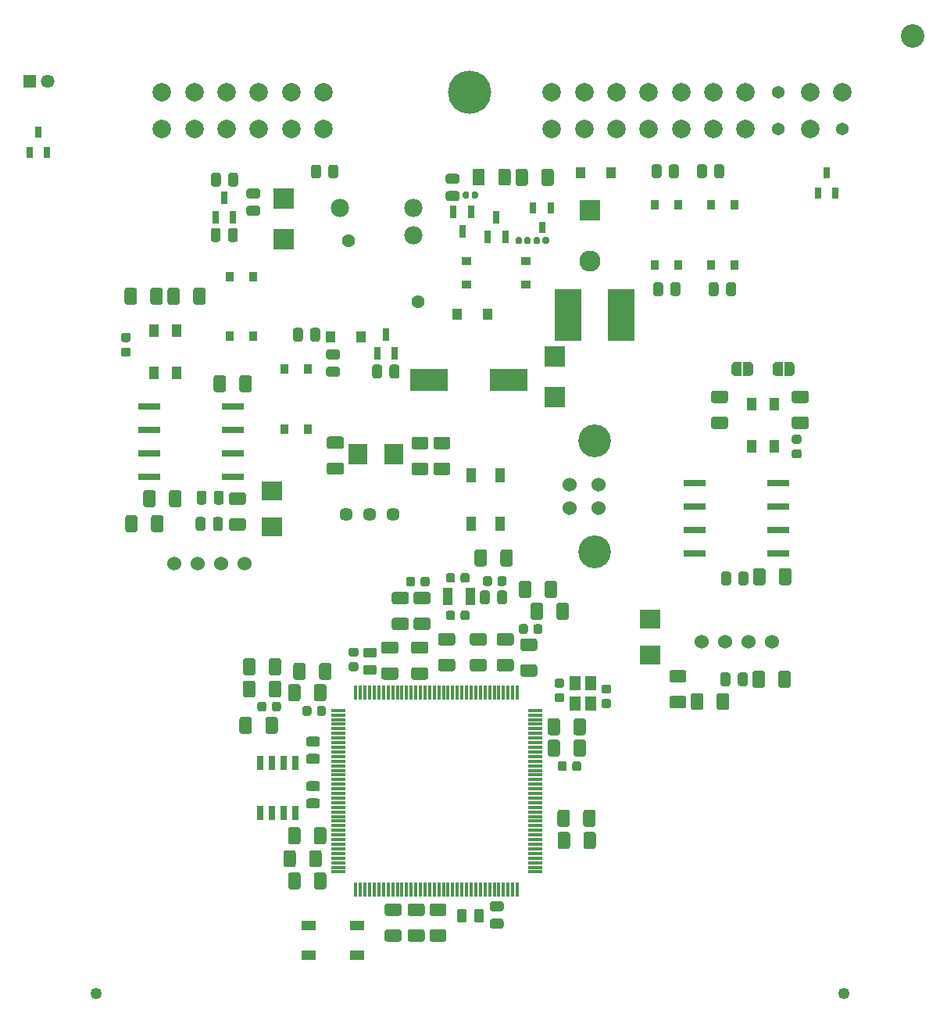
<source format=gts>
G04 #@! TF.GenerationSoftware,KiCad,Pcbnew,(5.1.6-0-10_14)*
G04 #@! TF.CreationDate,2020-09-25T20:25:35+02:00*
G04 #@! TF.ProjectId,CHAdeMO_V2.0,43484164-654d-44f5-9f56-322e302e6b69,rev?*
G04 #@! TF.SameCoordinates,Original*
G04 #@! TF.FileFunction,Soldermask,Top*
G04 #@! TF.FilePolarity,Negative*
%FSLAX46Y46*%
G04 Gerber Fmt 4.6, Leading zero omitted, Abs format (unit mm)*
G04 Created by KiCad (PCBNEW (5.1.6-0-10_14)) date 2020-09-25 20:25:35*
%MOMM*%
%LPD*%
G01*
G04 APERTURE LIST*
%ADD10C,1.975000*%
%ADD11C,1.433000*%
%ADD12R,0.700000X1.150000*%
%ADD13R,0.750000X1.300000*%
%ADD14R,0.700000X1.400000*%
%ADD15R,1.000000X1.450000*%
%ADD16R,2.000000X2.300000*%
%ADD17R,3.000000X5.550000*%
%ADD18R,2.250000X2.300000*%
%ADD19R,0.900000X1.100000*%
%ADD20R,1.100000X0.900000*%
%ADD21R,1.650000X1.100000*%
%ADD22R,1.100000X1.650000*%
%ADD23R,4.150000X2.400000*%
%ADD24C,1.450000*%
%ADD25C,4.675000*%
%ADD26C,2.005000*%
%ADD27C,1.370000*%
%ADD28C,1.468000*%
%ADD29R,1.468000X1.468000*%
%ADD30C,0.100000*%
%ADD31R,0.380000X1.570000*%
%ADD32R,1.570000X0.380000*%
%ADD33R,2.450000X0.800000*%
%ADD34R,1.000000X1.300000*%
%ADD35C,2.275000*%
%ADD36R,2.275000X2.275000*%
%ADD37R,1.100000X1.900000*%
%ADD38R,0.750000X1.625000*%
%ADD39R,2.300000X2.000000*%
%ADD40C,2.552000*%
%ADD41C,1.252000*%
%ADD42R,1.300000X1.500000*%
%ADD43C,1.530000*%
%ADD44C,3.550000*%
%ADD45C,1.531000*%
G04 APERTURE END LIST*
G04 #@! TO.C,R28*
G36*
G01*
X120933100Y-70867350D02*
X120933100Y-71829850D01*
G75*
G02*
X120664350Y-72098600I-268750J0D01*
G01*
X120126850Y-72098600D01*
G75*
G02*
X119858100Y-71829850I0J268750D01*
G01*
X119858100Y-70867350D01*
G75*
G02*
X120126850Y-70598600I268750J0D01*
G01*
X120664350Y-70598600D01*
G75*
G02*
X120933100Y-70867350I0J-268750D01*
G01*
G37*
G36*
G01*
X122808100Y-70867350D02*
X122808100Y-71829850D01*
G75*
G02*
X122539350Y-72098600I-268750J0D01*
G01*
X122001850Y-72098600D01*
G75*
G02*
X121733100Y-71829850I0J268750D01*
G01*
X121733100Y-70867350D01*
G75*
G02*
X122001850Y-70598600I268750J0D01*
G01*
X122539350Y-70598600D01*
G75*
G02*
X122808100Y-70867350I0J-268750D01*
G01*
G37*
G04 #@! TD*
G04 #@! TO.C,R27*
G36*
G01*
X127755600Y-71829850D02*
X127755600Y-70867350D01*
G75*
G02*
X128024350Y-70598600I268750J0D01*
G01*
X128561850Y-70598600D01*
G75*
G02*
X128830600Y-70867350I0J-268750D01*
G01*
X128830600Y-71829850D01*
G75*
G02*
X128561850Y-72098600I-268750J0D01*
G01*
X128024350Y-72098600D01*
G75*
G02*
X127755600Y-71829850I0J268750D01*
G01*
G37*
G36*
G01*
X125880600Y-71829850D02*
X125880600Y-70867350D01*
G75*
G02*
X126149350Y-70598600I268750J0D01*
G01*
X126686850Y-70598600D01*
G75*
G02*
X126955600Y-70867350I0J-268750D01*
G01*
X126955600Y-71829850D01*
G75*
G02*
X126686850Y-72098600I-268750J0D01*
G01*
X126149350Y-72098600D01*
G75*
G02*
X125880600Y-71829850I0J268750D01*
G01*
G37*
G04 #@! TD*
G04 #@! TO.C,R19*
G36*
G01*
X91281200Y-80745250D02*
X91281200Y-79782750D01*
G75*
G02*
X91549950Y-79514000I268750J0D01*
G01*
X92087450Y-79514000D01*
G75*
G02*
X92356200Y-79782750I0J-268750D01*
G01*
X92356200Y-80745250D01*
G75*
G02*
X92087450Y-81014000I-268750J0D01*
G01*
X91549950Y-81014000D01*
G75*
G02*
X91281200Y-80745250I0J268750D01*
G01*
G37*
G36*
G01*
X89406200Y-80745250D02*
X89406200Y-79782750D01*
G75*
G02*
X89674950Y-79514000I268750J0D01*
G01*
X90212450Y-79514000D01*
G75*
G02*
X90481200Y-79782750I0J-268750D01*
G01*
X90481200Y-80745250D01*
G75*
G02*
X90212450Y-81014000I-268750J0D01*
G01*
X89674950Y-81014000D01*
G75*
G02*
X89406200Y-80745250I0J268750D01*
G01*
G37*
G04 #@! TD*
G04 #@! TO.C,R9*
G36*
G01*
X73780600Y-65962450D02*
X73780600Y-64999950D01*
G75*
G02*
X74049350Y-64731200I268750J0D01*
G01*
X74586850Y-64731200D01*
G75*
G02*
X74855600Y-64999950I0J-268750D01*
G01*
X74855600Y-65962450D01*
G75*
G02*
X74586850Y-66231200I-268750J0D01*
G01*
X74049350Y-66231200D01*
G75*
G02*
X73780600Y-65962450I0J268750D01*
G01*
G37*
G36*
G01*
X71905600Y-65962450D02*
X71905600Y-64999950D01*
G75*
G02*
X72174350Y-64731200I268750J0D01*
G01*
X72711850Y-64731200D01*
G75*
G02*
X72980600Y-64999950I0J-268750D01*
G01*
X72980600Y-65962450D01*
G75*
G02*
X72711850Y-66231200I-268750J0D01*
G01*
X72174350Y-66231200D01*
G75*
G02*
X71905600Y-65962450I0J268750D01*
G01*
G37*
G04 #@! TD*
G04 #@! TO.C,R22*
G36*
G01*
X97638950Y-60725000D02*
X98601450Y-60725000D01*
G75*
G02*
X98870200Y-60993750I0J-268750D01*
G01*
X98870200Y-61531250D01*
G75*
G02*
X98601450Y-61800000I-268750J0D01*
G01*
X97638950Y-61800000D01*
G75*
G02*
X97370200Y-61531250I0J268750D01*
G01*
X97370200Y-60993750D01*
G75*
G02*
X97638950Y-60725000I268750J0D01*
G01*
G37*
G36*
G01*
X97638950Y-58850000D02*
X98601450Y-58850000D01*
G75*
G02*
X98870200Y-59118750I0J-268750D01*
G01*
X98870200Y-59656250D01*
G75*
G02*
X98601450Y-59925000I-268750J0D01*
G01*
X97638950Y-59925000D01*
G75*
G02*
X97370200Y-59656250I0J268750D01*
G01*
X97370200Y-59118750D01*
G75*
G02*
X97638950Y-58850000I268750J0D01*
G01*
G37*
G04 #@! TD*
G04 #@! TO.C,R21*
G36*
G01*
X99910600Y-60940300D02*
X99910600Y-61335300D01*
G75*
G02*
X99738100Y-61507800I-172500J0D01*
G01*
X99393100Y-61507800D01*
G75*
G02*
X99220600Y-61335300I0J172500D01*
G01*
X99220600Y-60940300D01*
G75*
G02*
X99393100Y-60767800I172500J0D01*
G01*
X99738100Y-60767800D01*
G75*
G02*
X99910600Y-60940300I0J-172500D01*
G01*
G37*
G36*
G01*
X100880600Y-60940300D02*
X100880600Y-61335300D01*
G75*
G02*
X100708100Y-61507800I-172500J0D01*
G01*
X100363100Y-61507800D01*
G75*
G02*
X100190600Y-61335300I0J172500D01*
G01*
X100190600Y-60940300D01*
G75*
G02*
X100363100Y-60767800I172500J0D01*
G01*
X100708100Y-60767800D01*
G75*
G02*
X100880600Y-60940300I0J-172500D01*
G01*
G37*
G04 #@! TD*
G04 #@! TO.C,R18*
G36*
G01*
X99650600Y-138736150D02*
X99650600Y-139698650D01*
G75*
G02*
X99381850Y-139967400I-268750J0D01*
G01*
X98844350Y-139967400D01*
G75*
G02*
X98575600Y-139698650I0J268750D01*
G01*
X98575600Y-138736150D01*
G75*
G02*
X98844350Y-138467400I268750J0D01*
G01*
X99381850Y-138467400D01*
G75*
G02*
X99650600Y-138736150I0J-268750D01*
G01*
G37*
G36*
G01*
X101525600Y-138736150D02*
X101525600Y-139698650D01*
G75*
G02*
X101256850Y-139967400I-268750J0D01*
G01*
X100719350Y-139967400D01*
G75*
G02*
X100450600Y-139698650I0J268750D01*
G01*
X100450600Y-138736150D01*
G75*
G02*
X100719350Y-138467400I268750J0D01*
G01*
X101256850Y-138467400D01*
G75*
G02*
X101525600Y-138736150I0J-268750D01*
G01*
G37*
G04 #@! TD*
G04 #@! TO.C,R17*
G36*
G01*
X103376650Y-138741200D02*
X102414150Y-138741200D01*
G75*
G02*
X102145400Y-138472450I0J268750D01*
G01*
X102145400Y-137934950D01*
G75*
G02*
X102414150Y-137666200I268750J0D01*
G01*
X103376650Y-137666200D01*
G75*
G02*
X103645400Y-137934950I0J-268750D01*
G01*
X103645400Y-138472450D01*
G75*
G02*
X103376650Y-138741200I-268750J0D01*
G01*
G37*
G36*
G01*
X103376650Y-140616200D02*
X102414150Y-140616200D01*
G75*
G02*
X102145400Y-140347450I0J268750D01*
G01*
X102145400Y-139809950D01*
G75*
G02*
X102414150Y-139541200I268750J0D01*
G01*
X103376650Y-139541200D01*
G75*
G02*
X103645400Y-139809950I0J-268750D01*
G01*
X103645400Y-140347450D01*
G75*
G02*
X103376650Y-140616200I-268750J0D01*
G01*
G37*
G04 #@! TD*
D10*
G04 #@! TO.C,K1*
X93868000Y-65541600D03*
X85868000Y-62541600D03*
X93868000Y-62541600D03*
D11*
X94368000Y-72741600D03*
X86868000Y-66141600D03*
G04 #@! TD*
D12*
G04 #@! TO.C,D5*
X53247600Y-54322800D03*
X54197600Y-56522800D03*
X52297600Y-56522800D03*
G04 #@! TD*
G04 #@! TO.C,D4*
X138633200Y-58767800D03*
X139583200Y-60967800D03*
X137683200Y-60967800D03*
G04 #@! TD*
D13*
G04 #@! TO.C,Q5*
X107797600Y-64651600D03*
X106837600Y-62551600D03*
X108757600Y-62551600D03*
G04 #@! TD*
D14*
G04 #@! TO.C,Q3*
X102870000Y-63567600D03*
X103820000Y-65667600D03*
X101920000Y-65667600D03*
G04 #@! TD*
G04 #@! TO.C,Q4*
X99161600Y-65083400D03*
X98211600Y-62983400D03*
X100111600Y-62983400D03*
G04 #@! TD*
G04 #@! TO.C,Q2*
X90881200Y-76226200D03*
X91831200Y-78326200D03*
X89931200Y-78326200D03*
G04 #@! TD*
G04 #@! TO.C,Q1*
X73380600Y-61434000D03*
X74330600Y-63534000D03*
X72430600Y-63534000D03*
G04 #@! TD*
D15*
G04 #@! TO.C,L6*
X130499800Y-83831000D03*
X132999800Y-83831000D03*
X132999800Y-88381000D03*
X130499800Y-88381000D03*
G04 #@! TD*
G04 #@! TO.C,L5*
X65724600Y-75847000D03*
X68224600Y-75847000D03*
X68224600Y-80397000D03*
X65724600Y-80397000D03*
G04 #@! TD*
D16*
G04 #@! TO.C,L9*
X87839000Y-89179400D03*
X91739000Y-89179400D03*
G04 #@! TD*
G04 #@! TO.C,F2*
G36*
G01*
X106285200Y-58577800D02*
X106285200Y-59887800D01*
G75*
G02*
X106015200Y-60157800I-270000J0D01*
G01*
X105205200Y-60157800D01*
G75*
G02*
X104935200Y-59887800I0J270000D01*
G01*
X104935200Y-58577800D01*
G75*
G02*
X105205200Y-58307800I270000J0D01*
G01*
X106015200Y-58307800D01*
G75*
G02*
X106285200Y-58577800I0J-270000D01*
G01*
G37*
G36*
G01*
X109085200Y-58577800D02*
X109085200Y-59887800D01*
G75*
G02*
X108815200Y-60157800I-270000J0D01*
G01*
X108005200Y-60157800D01*
G75*
G02*
X107735200Y-59887800I0J270000D01*
G01*
X107735200Y-58577800D01*
G75*
G02*
X108005200Y-58307800I270000J0D01*
G01*
X108815200Y-58307800D01*
G75*
G02*
X109085200Y-58577800I0J-270000D01*
G01*
G37*
G04 #@! TD*
G04 #@! TO.C,F3*
G36*
G01*
X103061600Y-59862400D02*
X103061600Y-58552400D01*
G75*
G02*
X103331600Y-58282400I270000J0D01*
G01*
X104141600Y-58282400D01*
G75*
G02*
X104411600Y-58552400I0J-270000D01*
G01*
X104411600Y-59862400D01*
G75*
G02*
X104141600Y-60132400I-270000J0D01*
G01*
X103331600Y-60132400D01*
G75*
G02*
X103061600Y-59862400I0J270000D01*
G01*
G37*
G36*
G01*
X100261600Y-59862400D02*
X100261600Y-58552400D01*
G75*
G02*
X100531600Y-58282400I270000J0D01*
G01*
X101341600Y-58282400D01*
G75*
G02*
X101611600Y-58552400I0J-270000D01*
G01*
X101611600Y-59862400D01*
G75*
G02*
X101341600Y-60132400I-270000J0D01*
G01*
X100531600Y-60132400D01*
G75*
G02*
X100261600Y-59862400I0J270000D01*
G01*
G37*
G04 #@! TD*
D17*
G04 #@! TO.C,F1*
X110609900Y-74180700D03*
X116389900Y-74180700D03*
G04 #@! TD*
D18*
G04 #@! TO.C,D6*
X109169200Y-83073600D03*
X109169200Y-78673600D03*
G04 #@! TD*
G04 #@! TO.C,D3*
X79781400Y-65896600D03*
X79781400Y-61496600D03*
G04 #@! TD*
D19*
G04 #@! TO.C,U7*
X122603100Y-68744200D03*
X120063100Y-68744200D03*
X120063100Y-62244200D03*
X122603100Y-62244200D03*
G04 #@! TD*
G04 #@! TO.C,U6*
X128625600Y-68744200D03*
X126085600Y-68744200D03*
X126085600Y-62244200D03*
X128625600Y-62244200D03*
G04 #@! TD*
D20*
G04 #@! TO.C,U5*
X99594300Y-70878700D03*
X99594300Y-68338700D03*
X106094300Y-68338700D03*
X106094300Y-70878700D03*
G04 #@! TD*
D19*
G04 #@! TO.C,U4*
X82423000Y-86473400D03*
X79883000Y-86473400D03*
X79883000Y-79973400D03*
X82423000Y-79973400D03*
G04 #@! TD*
G04 #@! TO.C,U3*
X76479400Y-76465800D03*
X73939400Y-76465800D03*
X73939400Y-69965800D03*
X76479400Y-69965800D03*
G04 #@! TD*
D21*
G04 #@! TO.C,S2*
X87765800Y-143484400D03*
X82515800Y-143484400D03*
X87765800Y-140284400D03*
X82515800Y-140284400D03*
G04 #@! TD*
D22*
G04 #@! TO.C,S1*
X103301600Y-91507400D03*
X103301600Y-96757400D03*
X100101600Y-91507400D03*
X100101600Y-96757400D03*
G04 #@! TD*
D23*
G04 #@! TO.C,C44*
X104198200Y-81203800D03*
X95598200Y-81203800D03*
G04 #@! TD*
D24*
G04 #@! TO.C,PS3*
X86563200Y-95707200D03*
X89103200Y-95707200D03*
X91643200Y-95707200D03*
G04 #@! TD*
D25*
G04 #@! TO.C,J2*
X100000000Y-50000000D03*
D26*
X108890000Y-50000000D03*
X112390000Y-50000000D03*
X115890000Y-50000000D03*
X119390000Y-50000000D03*
X122890000Y-50000000D03*
X126390000Y-50000000D03*
X129890000Y-50000000D03*
D27*
X133390000Y-50000000D03*
D26*
X136890000Y-50000000D03*
X140390000Y-50000000D03*
X108890000Y-54000000D03*
X112390000Y-54000000D03*
X115890000Y-54000000D03*
X119390000Y-54000000D03*
X122890000Y-54000000D03*
X126390000Y-54000000D03*
X129890000Y-54000000D03*
D27*
X133390000Y-54000000D03*
D26*
X136890000Y-54000000D03*
D27*
X140390000Y-54000000D03*
D26*
X66620000Y-50000000D03*
X70120000Y-50000000D03*
X73620000Y-50000000D03*
X77120000Y-50000000D03*
X80620000Y-50000000D03*
X84120000Y-50000000D03*
X66620000Y-54000000D03*
X70120000Y-54000000D03*
X73620000Y-54000000D03*
X77120000Y-54000000D03*
X80620000Y-54000000D03*
X84120000Y-54000000D03*
G04 #@! TD*
D28*
G04 #@! TO.C,J4*
X54255700Y-48827600D03*
D29*
X52255700Y-48827600D03*
G04 #@! TD*
G04 #@! TO.C,R13*
G36*
G01*
X136443400Y-83686000D02*
X135133400Y-83686000D01*
G75*
G02*
X134863400Y-83416000I0J270000D01*
G01*
X134863400Y-82606000D01*
G75*
G02*
X135133400Y-82336000I270000J0D01*
G01*
X136443400Y-82336000D01*
G75*
G02*
X136713400Y-82606000I0J-270000D01*
G01*
X136713400Y-83416000D01*
G75*
G02*
X136443400Y-83686000I-270000J0D01*
G01*
G37*
G36*
G01*
X136443400Y-86486000D02*
X135133400Y-86486000D01*
G75*
G02*
X134863400Y-86216000I0J270000D01*
G01*
X134863400Y-85406000D01*
G75*
G02*
X135133400Y-85136000I270000J0D01*
G01*
X136443400Y-85136000D01*
G75*
G02*
X136713400Y-85406000I0J-270000D01*
G01*
X136713400Y-86216000D01*
G75*
G02*
X136443400Y-86486000I-270000J0D01*
G01*
G37*
G04 #@! TD*
G04 #@! TO.C,R12*
G36*
G01*
X126395800Y-85136000D02*
X127705800Y-85136000D01*
G75*
G02*
X127975800Y-85406000I0J-270000D01*
G01*
X127975800Y-86216000D01*
G75*
G02*
X127705800Y-86486000I-270000J0D01*
G01*
X126395800Y-86486000D01*
G75*
G02*
X126125800Y-86216000I0J270000D01*
G01*
X126125800Y-85406000D01*
G75*
G02*
X126395800Y-85136000I270000J0D01*
G01*
G37*
G36*
G01*
X126395800Y-82336000D02*
X127705800Y-82336000D01*
G75*
G02*
X127975800Y-82606000I0J-270000D01*
G01*
X127975800Y-83416000D01*
G75*
G02*
X127705800Y-83686000I-270000J0D01*
G01*
X126395800Y-83686000D01*
G75*
G02*
X126125800Y-83416000I0J270000D01*
G01*
X126125800Y-82606000D01*
G75*
G02*
X126395800Y-82336000I270000J0D01*
G01*
G37*
G04 #@! TD*
D30*
G04 #@! TO.C,JP2*
G36*
X133318689Y-80783998D02*
G01*
X133300266Y-80783998D01*
X133295365Y-80783757D01*
X133246534Y-80778947D01*
X133241681Y-80778227D01*
X133193556Y-80768655D01*
X133188795Y-80767463D01*
X133141840Y-80753219D01*
X133137221Y-80751566D01*
X133091888Y-80732789D01*
X133087451Y-80730691D01*
X133044178Y-80707560D01*
X133039971Y-80705038D01*
X132999172Y-80677778D01*
X132995230Y-80674854D01*
X132957301Y-80643726D01*
X132953666Y-80640431D01*
X132918969Y-80605734D01*
X132915674Y-80602099D01*
X132884546Y-80564170D01*
X132881622Y-80560228D01*
X132854362Y-80519429D01*
X132851840Y-80515222D01*
X132828709Y-80471949D01*
X132826611Y-80467512D01*
X132807834Y-80422179D01*
X132806181Y-80417560D01*
X132791937Y-80370605D01*
X132790745Y-80365844D01*
X132781173Y-80317719D01*
X132780453Y-80312866D01*
X132775643Y-80264035D01*
X132775402Y-80259134D01*
X132775402Y-80240711D01*
X132774800Y-80234600D01*
X132774800Y-79734600D01*
X132775402Y-79728489D01*
X132775402Y-79710066D01*
X132775643Y-79705165D01*
X132780453Y-79656334D01*
X132781173Y-79651481D01*
X132790745Y-79603356D01*
X132791937Y-79598595D01*
X132806181Y-79551640D01*
X132807834Y-79547021D01*
X132826611Y-79501688D01*
X132828709Y-79497251D01*
X132851840Y-79453978D01*
X132854362Y-79449771D01*
X132881622Y-79408972D01*
X132884546Y-79405030D01*
X132915674Y-79367101D01*
X132918969Y-79363466D01*
X132953666Y-79328769D01*
X132957301Y-79325474D01*
X132995230Y-79294346D01*
X132999172Y-79291422D01*
X133039971Y-79264162D01*
X133044178Y-79261640D01*
X133087451Y-79238509D01*
X133091888Y-79236411D01*
X133137221Y-79217634D01*
X133141840Y-79215981D01*
X133188795Y-79201737D01*
X133193556Y-79200545D01*
X133241681Y-79190973D01*
X133246534Y-79190253D01*
X133295365Y-79185443D01*
X133300266Y-79185202D01*
X133318689Y-79185202D01*
X133324800Y-79184600D01*
X133824800Y-79184600D01*
X133834555Y-79185561D01*
X133843934Y-79188406D01*
X133852579Y-79193027D01*
X133860155Y-79199245D01*
X133866373Y-79206821D01*
X133870994Y-79215466D01*
X133873839Y-79224845D01*
X133874800Y-79234600D01*
X133874800Y-80734600D01*
X133873839Y-80744355D01*
X133870994Y-80753734D01*
X133866373Y-80762379D01*
X133860155Y-80769955D01*
X133852579Y-80776173D01*
X133843934Y-80780794D01*
X133834555Y-80783639D01*
X133824800Y-80784600D01*
X133324800Y-80784600D01*
X133318689Y-80783998D01*
G37*
G36*
X134115045Y-80783639D02*
G01*
X134105666Y-80780794D01*
X134097021Y-80776173D01*
X134089445Y-80769955D01*
X134083227Y-80762379D01*
X134078606Y-80753734D01*
X134075761Y-80744355D01*
X134074800Y-80734600D01*
X134074800Y-79234600D01*
X134075761Y-79224845D01*
X134078606Y-79215466D01*
X134083227Y-79206821D01*
X134089445Y-79199245D01*
X134097021Y-79193027D01*
X134105666Y-79188406D01*
X134115045Y-79185561D01*
X134124800Y-79184600D01*
X134624800Y-79184600D01*
X134630911Y-79185202D01*
X134649334Y-79185202D01*
X134654235Y-79185443D01*
X134703066Y-79190253D01*
X134707919Y-79190973D01*
X134756044Y-79200545D01*
X134760805Y-79201737D01*
X134807760Y-79215981D01*
X134812379Y-79217634D01*
X134857712Y-79236411D01*
X134862149Y-79238509D01*
X134905422Y-79261640D01*
X134909629Y-79264162D01*
X134950428Y-79291422D01*
X134954370Y-79294346D01*
X134992299Y-79325474D01*
X134995934Y-79328769D01*
X135030631Y-79363466D01*
X135033926Y-79367101D01*
X135065054Y-79405030D01*
X135067978Y-79408972D01*
X135095238Y-79449771D01*
X135097760Y-79453978D01*
X135120891Y-79497251D01*
X135122989Y-79501688D01*
X135141766Y-79547021D01*
X135143419Y-79551640D01*
X135157663Y-79598595D01*
X135158855Y-79603356D01*
X135168427Y-79651481D01*
X135169147Y-79656334D01*
X135173957Y-79705165D01*
X135174198Y-79710066D01*
X135174198Y-79728489D01*
X135174800Y-79734600D01*
X135174800Y-80234600D01*
X135174198Y-80240711D01*
X135174198Y-80259134D01*
X135173957Y-80264035D01*
X135169147Y-80312866D01*
X135168427Y-80317719D01*
X135158855Y-80365844D01*
X135157663Y-80370605D01*
X135143419Y-80417560D01*
X135141766Y-80422179D01*
X135122989Y-80467512D01*
X135120891Y-80471949D01*
X135097760Y-80515222D01*
X135095238Y-80519429D01*
X135067978Y-80560228D01*
X135065054Y-80564170D01*
X135033926Y-80602099D01*
X135030631Y-80605734D01*
X134995934Y-80640431D01*
X134992299Y-80643726D01*
X134954370Y-80674854D01*
X134950428Y-80677778D01*
X134909629Y-80705038D01*
X134905422Y-80707560D01*
X134862149Y-80730691D01*
X134857712Y-80732789D01*
X134812379Y-80751566D01*
X134807760Y-80753219D01*
X134760805Y-80767463D01*
X134756044Y-80768655D01*
X134707919Y-80778227D01*
X134703066Y-80778947D01*
X134654235Y-80783757D01*
X134649334Y-80783998D01*
X134630911Y-80783998D01*
X134624800Y-80784600D01*
X134124800Y-80784600D01*
X134115045Y-80783639D01*
G37*
G04 #@! TD*
G04 #@! TO.C,C35*
G36*
G01*
X135117150Y-88692000D02*
X135679650Y-88692000D01*
G75*
G02*
X135923400Y-88935750I0J-243750D01*
G01*
X135923400Y-89423250D01*
G75*
G02*
X135679650Y-89667000I-243750J0D01*
G01*
X135117150Y-89667000D01*
G75*
G02*
X134873400Y-89423250I0J243750D01*
G01*
X134873400Y-88935750D01*
G75*
G02*
X135117150Y-88692000I243750J0D01*
G01*
G37*
G36*
G01*
X135117150Y-87117000D02*
X135679650Y-87117000D01*
G75*
G02*
X135923400Y-87360750I0J-243750D01*
G01*
X135923400Y-87848250D01*
G75*
G02*
X135679650Y-88092000I-243750J0D01*
G01*
X135117150Y-88092000D01*
G75*
G02*
X134873400Y-87848250I0J243750D01*
G01*
X134873400Y-87360750D01*
G75*
G02*
X135117150Y-87117000I243750J0D01*
G01*
G37*
G04 #@! TD*
G04 #@! TO.C,JP1*
G36*
X128868689Y-80783998D02*
G01*
X128850266Y-80783998D01*
X128845365Y-80783757D01*
X128796534Y-80778947D01*
X128791681Y-80778227D01*
X128743556Y-80768655D01*
X128738795Y-80767463D01*
X128691840Y-80753219D01*
X128687221Y-80751566D01*
X128641888Y-80732789D01*
X128637451Y-80730691D01*
X128594178Y-80707560D01*
X128589971Y-80705038D01*
X128549172Y-80677778D01*
X128545230Y-80674854D01*
X128507301Y-80643726D01*
X128503666Y-80640431D01*
X128468969Y-80605734D01*
X128465674Y-80602099D01*
X128434546Y-80564170D01*
X128431622Y-80560228D01*
X128404362Y-80519429D01*
X128401840Y-80515222D01*
X128378709Y-80471949D01*
X128376611Y-80467512D01*
X128357834Y-80422179D01*
X128356181Y-80417560D01*
X128341937Y-80370605D01*
X128340745Y-80365844D01*
X128331173Y-80317719D01*
X128330453Y-80312866D01*
X128325643Y-80264035D01*
X128325402Y-80259134D01*
X128325402Y-80240711D01*
X128324800Y-80234600D01*
X128324800Y-79734600D01*
X128325402Y-79728489D01*
X128325402Y-79710066D01*
X128325643Y-79705165D01*
X128330453Y-79656334D01*
X128331173Y-79651481D01*
X128340745Y-79603356D01*
X128341937Y-79598595D01*
X128356181Y-79551640D01*
X128357834Y-79547021D01*
X128376611Y-79501688D01*
X128378709Y-79497251D01*
X128401840Y-79453978D01*
X128404362Y-79449771D01*
X128431622Y-79408972D01*
X128434546Y-79405030D01*
X128465674Y-79367101D01*
X128468969Y-79363466D01*
X128503666Y-79328769D01*
X128507301Y-79325474D01*
X128545230Y-79294346D01*
X128549172Y-79291422D01*
X128589971Y-79264162D01*
X128594178Y-79261640D01*
X128637451Y-79238509D01*
X128641888Y-79236411D01*
X128687221Y-79217634D01*
X128691840Y-79215981D01*
X128738795Y-79201737D01*
X128743556Y-79200545D01*
X128791681Y-79190973D01*
X128796534Y-79190253D01*
X128845365Y-79185443D01*
X128850266Y-79185202D01*
X128868689Y-79185202D01*
X128874800Y-79184600D01*
X129374800Y-79184600D01*
X129384555Y-79185561D01*
X129393934Y-79188406D01*
X129402579Y-79193027D01*
X129410155Y-79199245D01*
X129416373Y-79206821D01*
X129420994Y-79215466D01*
X129423839Y-79224845D01*
X129424800Y-79234600D01*
X129424800Y-80734600D01*
X129423839Y-80744355D01*
X129420994Y-80753734D01*
X129416373Y-80762379D01*
X129410155Y-80769955D01*
X129402579Y-80776173D01*
X129393934Y-80780794D01*
X129384555Y-80783639D01*
X129374800Y-80784600D01*
X128874800Y-80784600D01*
X128868689Y-80783998D01*
G37*
G36*
X129665045Y-80783639D02*
G01*
X129655666Y-80780794D01*
X129647021Y-80776173D01*
X129639445Y-80769955D01*
X129633227Y-80762379D01*
X129628606Y-80753734D01*
X129625761Y-80744355D01*
X129624800Y-80734600D01*
X129624800Y-79234600D01*
X129625761Y-79224845D01*
X129628606Y-79215466D01*
X129633227Y-79206821D01*
X129639445Y-79199245D01*
X129647021Y-79193027D01*
X129655666Y-79188406D01*
X129665045Y-79185561D01*
X129674800Y-79184600D01*
X130174800Y-79184600D01*
X130180911Y-79185202D01*
X130199334Y-79185202D01*
X130204235Y-79185443D01*
X130253066Y-79190253D01*
X130257919Y-79190973D01*
X130306044Y-79200545D01*
X130310805Y-79201737D01*
X130357760Y-79215981D01*
X130362379Y-79217634D01*
X130407712Y-79236411D01*
X130412149Y-79238509D01*
X130455422Y-79261640D01*
X130459629Y-79264162D01*
X130500428Y-79291422D01*
X130504370Y-79294346D01*
X130542299Y-79325474D01*
X130545934Y-79328769D01*
X130580631Y-79363466D01*
X130583926Y-79367101D01*
X130615054Y-79405030D01*
X130617978Y-79408972D01*
X130645238Y-79449771D01*
X130647760Y-79453978D01*
X130670891Y-79497251D01*
X130672989Y-79501688D01*
X130691766Y-79547021D01*
X130693419Y-79551640D01*
X130707663Y-79598595D01*
X130708855Y-79603356D01*
X130718427Y-79651481D01*
X130719147Y-79656334D01*
X130723957Y-79705165D01*
X130724198Y-79710066D01*
X130724198Y-79728489D01*
X130724800Y-79734600D01*
X130724800Y-80234600D01*
X130724198Y-80240711D01*
X130724198Y-80259134D01*
X130723957Y-80264035D01*
X130719147Y-80312866D01*
X130718427Y-80317719D01*
X130708855Y-80365844D01*
X130707663Y-80370605D01*
X130693419Y-80417560D01*
X130691766Y-80422179D01*
X130672989Y-80467512D01*
X130670891Y-80471949D01*
X130647760Y-80515222D01*
X130645238Y-80519429D01*
X130617978Y-80560228D01*
X130615054Y-80564170D01*
X130583926Y-80602099D01*
X130580631Y-80605734D01*
X130545934Y-80640431D01*
X130542299Y-80643726D01*
X130504370Y-80674854D01*
X130500428Y-80677778D01*
X130459629Y-80705038D01*
X130455422Y-80707560D01*
X130412149Y-80730691D01*
X130407712Y-80732789D01*
X130362379Y-80751566D01*
X130357760Y-80753219D01*
X130310805Y-80767463D01*
X130306044Y-80768655D01*
X130257919Y-80778227D01*
X130253066Y-80778947D01*
X130204235Y-80783757D01*
X130199334Y-80783998D01*
X130180911Y-80783998D01*
X130174800Y-80784600D01*
X129674800Y-80784600D01*
X129665045Y-80783639D01*
G37*
G04 #@! TD*
D31*
G04 #@! TO.C,U2*
X105130500Y-136385000D03*
X104630500Y-136385000D03*
X104130500Y-136385000D03*
X103630500Y-136385000D03*
X103130500Y-136385000D03*
X102630500Y-136385000D03*
X102130500Y-136385000D03*
X101630500Y-136385000D03*
X101130500Y-136385000D03*
X100630500Y-136385000D03*
X100130500Y-136385000D03*
X99630500Y-136385000D03*
X99130500Y-136385000D03*
X98630500Y-136385000D03*
X98130500Y-136385000D03*
X97630500Y-136385000D03*
X97130500Y-136385000D03*
X96630500Y-136385000D03*
X96130500Y-136385000D03*
X95630500Y-136385000D03*
X95130500Y-136385000D03*
X94630500Y-136385000D03*
X94130500Y-136385000D03*
X93630500Y-136385000D03*
X93130500Y-136385000D03*
X92630500Y-136385000D03*
X92130500Y-136385000D03*
X91630500Y-136385000D03*
X91130500Y-136385000D03*
X90630500Y-136385000D03*
X90130500Y-136385000D03*
X89630500Y-136385000D03*
X89130500Y-136385000D03*
X88630500Y-136385000D03*
X88130500Y-136385000D03*
X87630500Y-136385000D03*
D32*
X85710500Y-134465000D03*
X85710500Y-133965000D03*
X85710500Y-133465000D03*
X85710500Y-132965000D03*
X85710500Y-132465000D03*
X85710500Y-131965000D03*
X85710500Y-131465000D03*
X85710500Y-130965000D03*
X85710500Y-130465000D03*
X85710500Y-129965000D03*
X85710500Y-129465000D03*
X85710500Y-128965000D03*
X85710500Y-128465000D03*
X85710500Y-127965000D03*
X85710500Y-127465000D03*
X85710500Y-126965000D03*
X85710500Y-126465000D03*
X85710500Y-125965000D03*
X85710500Y-125465000D03*
X85710500Y-124965000D03*
X85710500Y-124465000D03*
X85710500Y-123965000D03*
X85710500Y-123465000D03*
X85710500Y-122965000D03*
X85710500Y-122465000D03*
X85710500Y-121965000D03*
X85710500Y-121465000D03*
X85710500Y-120965000D03*
X85710500Y-120465000D03*
X85710500Y-119965000D03*
X85710500Y-119465000D03*
X85710500Y-118965000D03*
X85710500Y-118465000D03*
X85710500Y-117965000D03*
X85710500Y-117465000D03*
X85710500Y-116965000D03*
D31*
X87630500Y-115045000D03*
X88130500Y-115045000D03*
X88630500Y-115045000D03*
X89130500Y-115045000D03*
X89630500Y-115045000D03*
X90130500Y-115045000D03*
X90630500Y-115045000D03*
X91130500Y-115045000D03*
X91630500Y-115045000D03*
X92130500Y-115045000D03*
X92630500Y-115045000D03*
X93130500Y-115045000D03*
X93630500Y-115045000D03*
X94130500Y-115045000D03*
X94630500Y-115045000D03*
X95130500Y-115045000D03*
X95630500Y-115045000D03*
X96130500Y-115045000D03*
X96630500Y-115045000D03*
X97130500Y-115045000D03*
X97630500Y-115045000D03*
X98130500Y-115045000D03*
X98630500Y-115045000D03*
X99130500Y-115045000D03*
X99630500Y-115045000D03*
X100130500Y-115045000D03*
X100630500Y-115045000D03*
X101130500Y-115045000D03*
X101630500Y-115045000D03*
X102130500Y-115045000D03*
X102630500Y-115045000D03*
X103130500Y-115045000D03*
X103630500Y-115045000D03*
X104130500Y-115045000D03*
X104630500Y-115045000D03*
X105130500Y-115045000D03*
D32*
X107050500Y-116965000D03*
X107050500Y-117465000D03*
X107050500Y-117965000D03*
X107050500Y-118465000D03*
X107050500Y-118965000D03*
X107050500Y-119465000D03*
X107050500Y-119965000D03*
X107050500Y-120465000D03*
X107050500Y-120965000D03*
X107050500Y-121465000D03*
X107050500Y-121965000D03*
X107050500Y-122465000D03*
X107050500Y-122965000D03*
X107050500Y-123465000D03*
X107050500Y-123965000D03*
X107050500Y-124465000D03*
X107050500Y-124965000D03*
X107050500Y-125465000D03*
X107050500Y-125965000D03*
X107050500Y-126465000D03*
X107050500Y-126965000D03*
X107050500Y-127465000D03*
X107050500Y-127965000D03*
X107050500Y-128465000D03*
X107050500Y-128965000D03*
X107050500Y-129465000D03*
X107050500Y-129965000D03*
X107050500Y-130465000D03*
X107050500Y-130965000D03*
X107050500Y-131465000D03*
X107050500Y-131965000D03*
X107050500Y-132465000D03*
X107050500Y-132965000D03*
X107050500Y-133465000D03*
X107050500Y-133965000D03*
X107050500Y-134465000D03*
G04 #@! TD*
G04 #@! TO.C,R26*
G36*
G01*
X120758000Y-58091150D02*
X120758000Y-59053650D01*
G75*
G02*
X120489250Y-59322400I-268750J0D01*
G01*
X119951750Y-59322400D01*
G75*
G02*
X119683000Y-59053650I0J268750D01*
G01*
X119683000Y-58091150D01*
G75*
G02*
X119951750Y-57822400I268750J0D01*
G01*
X120489250Y-57822400D01*
G75*
G02*
X120758000Y-58091150I0J-268750D01*
G01*
G37*
G36*
G01*
X122633000Y-58091150D02*
X122633000Y-59053650D01*
G75*
G02*
X122364250Y-59322400I-268750J0D01*
G01*
X121826750Y-59322400D01*
G75*
G02*
X121558000Y-59053650I0J268750D01*
G01*
X121558000Y-58091150D01*
G75*
G02*
X121826750Y-57822400I268750J0D01*
G01*
X122364250Y-57822400D01*
G75*
G02*
X122633000Y-58091150I0J-268750D01*
G01*
G37*
G04 #@! TD*
G04 #@! TO.C,R25*
G36*
G01*
X125660200Y-58091150D02*
X125660200Y-59053650D01*
G75*
G02*
X125391450Y-59322400I-268750J0D01*
G01*
X124853950Y-59322400D01*
G75*
G02*
X124585200Y-59053650I0J268750D01*
G01*
X124585200Y-58091150D01*
G75*
G02*
X124853950Y-57822400I268750J0D01*
G01*
X125391450Y-57822400D01*
G75*
G02*
X125660200Y-58091150I0J-268750D01*
G01*
G37*
G36*
G01*
X127535200Y-58091150D02*
X127535200Y-59053650D01*
G75*
G02*
X127266450Y-59322400I-268750J0D01*
G01*
X126728950Y-59322400D01*
G75*
G02*
X126460200Y-59053650I0J268750D01*
G01*
X126460200Y-58091150D01*
G75*
G02*
X126728950Y-57822400I268750J0D01*
G01*
X127266450Y-57822400D01*
G75*
G02*
X127535200Y-58091150I0J-268750D01*
G01*
G37*
G04 #@! TD*
D33*
G04 #@! TO.C,IC2*
X65223400Y-91643200D03*
X65223400Y-89103200D03*
X65223400Y-86563200D03*
X65223400Y-84023200D03*
X74273400Y-84023200D03*
X74273400Y-86563200D03*
X74273400Y-89103200D03*
X74273400Y-91643200D03*
G04 #@! TD*
G04 #@! TO.C,R14*
G36*
G01*
X84684950Y-79749600D02*
X85647450Y-79749600D01*
G75*
G02*
X85916200Y-80018350I0J-268750D01*
G01*
X85916200Y-80555850D01*
G75*
G02*
X85647450Y-80824600I-268750J0D01*
G01*
X84684950Y-80824600D01*
G75*
G02*
X84416200Y-80555850I0J268750D01*
G01*
X84416200Y-80018350D01*
G75*
G02*
X84684950Y-79749600I268750J0D01*
G01*
G37*
G36*
G01*
X84684950Y-77874600D02*
X85647450Y-77874600D01*
G75*
G02*
X85916200Y-78143350I0J-268750D01*
G01*
X85916200Y-78680850D01*
G75*
G02*
X85647450Y-78949600I-268750J0D01*
G01*
X84684950Y-78949600D01*
G75*
G02*
X84416200Y-78680850I0J268750D01*
G01*
X84416200Y-78143350D01*
G75*
G02*
X84684950Y-77874600I268750J0D01*
G01*
G37*
G04 #@! TD*
G04 #@! TO.C,R2*
G36*
G01*
X89647950Y-111252700D02*
X88685450Y-111252700D01*
G75*
G02*
X88416700Y-110983950I0J268750D01*
G01*
X88416700Y-110446450D01*
G75*
G02*
X88685450Y-110177700I268750J0D01*
G01*
X89647950Y-110177700D01*
G75*
G02*
X89916700Y-110446450I0J-268750D01*
G01*
X89916700Y-110983950D01*
G75*
G02*
X89647950Y-111252700I-268750J0D01*
G01*
G37*
G36*
G01*
X89647950Y-113127700D02*
X88685450Y-113127700D01*
G75*
G02*
X88416700Y-112858950I0J268750D01*
G01*
X88416700Y-112321450D01*
G75*
G02*
X88685450Y-112052700I268750J0D01*
G01*
X89647950Y-112052700D01*
G75*
G02*
X89916700Y-112321450I0J-268750D01*
G01*
X89916700Y-112858950D01*
G75*
G02*
X89647950Y-113127700I-268750J0D01*
G01*
G37*
G04 #@! TD*
G04 #@! TO.C,C37*
G36*
G01*
X73570000Y-80929800D02*
X73570000Y-82239800D01*
G75*
G02*
X73300000Y-82509800I-270000J0D01*
G01*
X72490000Y-82509800D01*
G75*
G02*
X72220000Y-82239800I0J270000D01*
G01*
X72220000Y-80929800D01*
G75*
G02*
X72490000Y-80659800I270000J0D01*
G01*
X73300000Y-80659800D01*
G75*
G02*
X73570000Y-80929800I0J-270000D01*
G01*
G37*
G36*
G01*
X76370000Y-80929800D02*
X76370000Y-82239800D01*
G75*
G02*
X76100000Y-82509800I-270000J0D01*
G01*
X75290000Y-82509800D01*
G75*
G02*
X75020000Y-82239800I0J270000D01*
G01*
X75020000Y-80929800D01*
G75*
G02*
X75290000Y-80659800I270000J0D01*
G01*
X76100000Y-80659800D01*
G75*
G02*
X76370000Y-80929800I0J-270000D01*
G01*
G37*
G04 #@! TD*
G04 #@! TO.C,C36*
G36*
G01*
X123184600Y-113956000D02*
X121874600Y-113956000D01*
G75*
G02*
X121604600Y-113686000I0J270000D01*
G01*
X121604600Y-112876000D01*
G75*
G02*
X121874600Y-112606000I270000J0D01*
G01*
X123184600Y-112606000D01*
G75*
G02*
X123454600Y-112876000I0J-270000D01*
G01*
X123454600Y-113686000D01*
G75*
G02*
X123184600Y-113956000I-270000J0D01*
G01*
G37*
G36*
G01*
X123184600Y-116756000D02*
X121874600Y-116756000D01*
G75*
G02*
X121604600Y-116486000I0J270000D01*
G01*
X121604600Y-115676000D01*
G75*
G02*
X121874600Y-115406000I270000J0D01*
G01*
X123184600Y-115406000D01*
G75*
G02*
X123454600Y-115676000I0J-270000D01*
G01*
X123454600Y-116486000D01*
G75*
G02*
X123184600Y-116756000I-270000J0D01*
G01*
G37*
G04 #@! TD*
G04 #@! TO.C,C33*
G36*
G01*
X65950000Y-93375800D02*
X65950000Y-94685800D01*
G75*
G02*
X65680000Y-94955800I-270000J0D01*
G01*
X64870000Y-94955800D01*
G75*
G02*
X64600000Y-94685800I0J270000D01*
G01*
X64600000Y-93375800D01*
G75*
G02*
X64870000Y-93105800I270000J0D01*
G01*
X65680000Y-93105800D01*
G75*
G02*
X65950000Y-93375800I0J-270000D01*
G01*
G37*
G36*
G01*
X68750000Y-93375800D02*
X68750000Y-94685800D01*
G75*
G02*
X68480000Y-94955800I-270000J0D01*
G01*
X67670000Y-94955800D01*
G75*
G02*
X67400000Y-94685800I0J270000D01*
G01*
X67400000Y-93375800D01*
G75*
G02*
X67670000Y-93105800I270000J0D01*
G01*
X68480000Y-93105800D01*
G75*
G02*
X68750000Y-93375800I0J-270000D01*
G01*
G37*
G04 #@! TD*
G04 #@! TO.C,C32*
G36*
G01*
X133414600Y-114256500D02*
X133414600Y-112946500D01*
G75*
G02*
X133684600Y-112676500I270000J0D01*
G01*
X134494600Y-112676500D01*
G75*
G02*
X134764600Y-112946500I0J-270000D01*
G01*
X134764600Y-114256500D01*
G75*
G02*
X134494600Y-114526500I-270000J0D01*
G01*
X133684600Y-114526500D01*
G75*
G02*
X133414600Y-114256500I0J270000D01*
G01*
G37*
G36*
G01*
X130614600Y-114256500D02*
X130614600Y-112946500D01*
G75*
G02*
X130884600Y-112676500I270000J0D01*
G01*
X131694600Y-112676500D01*
G75*
G02*
X131964600Y-112946500I0J-270000D01*
G01*
X131964600Y-114256500D01*
G75*
G02*
X131694600Y-114526500I-270000J0D01*
G01*
X130884600Y-114526500D01*
G75*
G02*
X130614600Y-114256500I0J270000D01*
G01*
G37*
G04 #@! TD*
G04 #@! TO.C,C29*
G36*
G01*
X111215000Y-121711400D02*
X111215000Y-120401400D01*
G75*
G02*
X111485000Y-120131400I270000J0D01*
G01*
X112295000Y-120131400D01*
G75*
G02*
X112565000Y-120401400I0J-270000D01*
G01*
X112565000Y-121711400D01*
G75*
G02*
X112295000Y-121981400I-270000J0D01*
G01*
X111485000Y-121981400D01*
G75*
G02*
X111215000Y-121711400I0J270000D01*
G01*
G37*
G36*
G01*
X108415000Y-121711400D02*
X108415000Y-120401400D01*
G75*
G02*
X108685000Y-120131400I270000J0D01*
G01*
X109495000Y-120131400D01*
G75*
G02*
X109765000Y-120401400I0J-270000D01*
G01*
X109765000Y-121711400D01*
G75*
G02*
X109495000Y-121981400I-270000J0D01*
G01*
X108685000Y-121981400D01*
G75*
G02*
X108415000Y-121711400I0J270000D01*
G01*
G37*
G04 #@! TD*
G04 #@! TO.C,C26*
G36*
G01*
X82206000Y-112095600D02*
X82206000Y-113405600D01*
G75*
G02*
X81936000Y-113675600I-270000J0D01*
G01*
X81126000Y-113675600D01*
G75*
G02*
X80856000Y-113405600I0J270000D01*
G01*
X80856000Y-112095600D01*
G75*
G02*
X81126000Y-111825600I270000J0D01*
G01*
X81936000Y-111825600D01*
G75*
G02*
X82206000Y-112095600I0J-270000D01*
G01*
G37*
G36*
G01*
X85006000Y-112095600D02*
X85006000Y-113405600D01*
G75*
G02*
X84736000Y-113675600I-270000J0D01*
G01*
X83926000Y-113675600D01*
G75*
G02*
X83656000Y-113405600I0J270000D01*
G01*
X83656000Y-112095600D01*
G75*
G02*
X83926000Y-111825600I270000J0D01*
G01*
X84736000Y-111825600D01*
G75*
G02*
X85006000Y-112095600I0J-270000D01*
G01*
G37*
G04 #@! TD*
G04 #@! TO.C,C24*
G36*
G01*
X107030200Y-110527000D02*
X105720200Y-110527000D01*
G75*
G02*
X105450200Y-110257000I0J270000D01*
G01*
X105450200Y-109447000D01*
G75*
G02*
X105720200Y-109177000I270000J0D01*
G01*
X107030200Y-109177000D01*
G75*
G02*
X107300200Y-109447000I0J-270000D01*
G01*
X107300200Y-110257000D01*
G75*
G02*
X107030200Y-110527000I-270000J0D01*
G01*
G37*
G36*
G01*
X107030200Y-113327000D02*
X105720200Y-113327000D01*
G75*
G02*
X105450200Y-113057000I0J270000D01*
G01*
X105450200Y-112247000D01*
G75*
G02*
X105720200Y-111977000I270000J0D01*
G01*
X107030200Y-111977000D01*
G75*
G02*
X107300200Y-112247000I0J-270000D01*
G01*
X107300200Y-113057000D01*
G75*
G02*
X107030200Y-113327000I-270000J0D01*
G01*
G37*
G04 #@! TD*
G04 #@! TO.C,C6*
G36*
G01*
X91013600Y-140679000D02*
X92323600Y-140679000D01*
G75*
G02*
X92593600Y-140949000I0J-270000D01*
G01*
X92593600Y-141759000D01*
G75*
G02*
X92323600Y-142029000I-270000J0D01*
G01*
X91013600Y-142029000D01*
G75*
G02*
X90743600Y-141759000I0J270000D01*
G01*
X90743600Y-140949000D01*
G75*
G02*
X91013600Y-140679000I270000J0D01*
G01*
G37*
G36*
G01*
X91013600Y-137879000D02*
X92323600Y-137879000D01*
G75*
G02*
X92593600Y-138149000I0J-270000D01*
G01*
X92593600Y-138959000D01*
G75*
G02*
X92323600Y-139229000I-270000J0D01*
G01*
X91013600Y-139229000D01*
G75*
G02*
X90743600Y-138959000I0J270000D01*
G01*
X90743600Y-138149000D01*
G75*
G02*
X91013600Y-137879000I270000J0D01*
G01*
G37*
G04 #@! TD*
G04 #@! TO.C,C1*
G36*
G01*
X81647200Y-134777800D02*
X81647200Y-136087800D01*
G75*
G02*
X81377200Y-136357800I-270000J0D01*
G01*
X80567200Y-136357800D01*
G75*
G02*
X80297200Y-136087800I0J270000D01*
G01*
X80297200Y-134777800D01*
G75*
G02*
X80567200Y-134507800I270000J0D01*
G01*
X81377200Y-134507800D01*
G75*
G02*
X81647200Y-134777800I0J-270000D01*
G01*
G37*
G36*
G01*
X84447200Y-134777800D02*
X84447200Y-136087800D01*
G75*
G02*
X84177200Y-136357800I-270000J0D01*
G01*
X83367200Y-136357800D01*
G75*
G02*
X83097200Y-136087800I0J270000D01*
G01*
X83097200Y-134777800D01*
G75*
G02*
X83367200Y-134507800I270000J0D01*
G01*
X84177200Y-134507800D01*
G75*
G02*
X84447200Y-134777800I0J-270000D01*
G01*
G37*
G04 #@! TD*
G04 #@! TO.C,R10*
G36*
G01*
X63918000Y-71455600D02*
X63918000Y-72765600D01*
G75*
G02*
X63648000Y-73035600I-270000J0D01*
G01*
X62838000Y-73035600D01*
G75*
G02*
X62568000Y-72765600I0J270000D01*
G01*
X62568000Y-71455600D01*
G75*
G02*
X62838000Y-71185600I270000J0D01*
G01*
X63648000Y-71185600D01*
G75*
G02*
X63918000Y-71455600I0J-270000D01*
G01*
G37*
G36*
G01*
X66718000Y-71455600D02*
X66718000Y-72765600D01*
G75*
G02*
X66448000Y-73035600I-270000J0D01*
G01*
X65638000Y-73035600D01*
G75*
G02*
X65368000Y-72765600I0J270000D01*
G01*
X65368000Y-71455600D01*
G75*
G02*
X65638000Y-71185600I270000J0D01*
G01*
X66448000Y-71185600D01*
G75*
G02*
X66718000Y-71455600I0J-270000D01*
G01*
G37*
G04 #@! TD*
G04 #@! TO.C,R11*
G36*
G01*
X68566200Y-71455600D02*
X68566200Y-72765600D01*
G75*
G02*
X68296200Y-73035600I-270000J0D01*
G01*
X67486200Y-73035600D01*
G75*
G02*
X67216200Y-72765600I0J270000D01*
G01*
X67216200Y-71455600D01*
G75*
G02*
X67486200Y-71185600I270000J0D01*
G01*
X68296200Y-71185600D01*
G75*
G02*
X68566200Y-71455600I0J-270000D01*
G01*
G37*
G36*
G01*
X71366200Y-71455600D02*
X71366200Y-72765600D01*
G75*
G02*
X71096200Y-73035600I-270000J0D01*
G01*
X70286200Y-73035600D01*
G75*
G02*
X70016200Y-72765600I0J270000D01*
G01*
X70016200Y-71455600D01*
G75*
G02*
X70286200Y-71185600I270000J0D01*
G01*
X71096200Y-71185600D01*
G75*
G02*
X71366200Y-71455600I0J-270000D01*
G01*
G37*
G04 #@! TD*
G04 #@! TO.C,C34*
G36*
G01*
X62431350Y-77668400D02*
X62993850Y-77668400D01*
G75*
G02*
X63237600Y-77912150I0J-243750D01*
G01*
X63237600Y-78399650D01*
G75*
G02*
X62993850Y-78643400I-243750J0D01*
G01*
X62431350Y-78643400D01*
G75*
G02*
X62187600Y-78399650I0J243750D01*
G01*
X62187600Y-77912150D01*
G75*
G02*
X62431350Y-77668400I243750J0D01*
G01*
G37*
G36*
G01*
X62431350Y-76093400D02*
X62993850Y-76093400D01*
G75*
G02*
X63237600Y-76337150I0J-243750D01*
G01*
X63237600Y-76824650D01*
G75*
G02*
X62993850Y-77068400I-243750J0D01*
G01*
X62431350Y-77068400D01*
G75*
G02*
X62187600Y-76824650I0J243750D01*
G01*
X62187600Y-76337150D01*
G75*
G02*
X62431350Y-76093400I243750J0D01*
G01*
G37*
G04 #@! TD*
G04 #@! TO.C,R24*
G36*
G01*
X105625600Y-65893300D02*
X105625600Y-66288300D01*
G75*
G02*
X105453100Y-66460800I-172500J0D01*
G01*
X105108100Y-66460800D01*
G75*
G02*
X104935600Y-66288300I0J172500D01*
G01*
X104935600Y-65893300D01*
G75*
G02*
X105108100Y-65720800I172500J0D01*
G01*
X105453100Y-65720800D01*
G75*
G02*
X105625600Y-65893300I0J-172500D01*
G01*
G37*
G36*
G01*
X106595600Y-65893300D02*
X106595600Y-66288300D01*
G75*
G02*
X106423100Y-66460800I-172500J0D01*
G01*
X106078100Y-66460800D01*
G75*
G02*
X105905600Y-66288300I0J172500D01*
G01*
X105905600Y-65893300D01*
G75*
G02*
X106078100Y-65720800I172500J0D01*
G01*
X106423100Y-65720800D01*
G75*
G02*
X106595600Y-65893300I0J-172500D01*
G01*
G37*
G04 #@! TD*
G04 #@! TO.C,R23*
G36*
G01*
X107594100Y-65893300D02*
X107594100Y-66288300D01*
G75*
G02*
X107421600Y-66460800I-172500J0D01*
G01*
X107076600Y-66460800D01*
G75*
G02*
X106904100Y-66288300I0J172500D01*
G01*
X106904100Y-65893300D01*
G75*
G02*
X107076600Y-65720800I172500J0D01*
G01*
X107421600Y-65720800D01*
G75*
G02*
X107594100Y-65893300I0J-172500D01*
G01*
G37*
G36*
G01*
X108564100Y-65893300D02*
X108564100Y-66288300D01*
G75*
G02*
X108391600Y-66460800I-172500J0D01*
G01*
X108046600Y-66460800D01*
G75*
G02*
X107874100Y-66288300I0J172500D01*
G01*
X107874100Y-65893300D01*
G75*
G02*
X108046600Y-65720800I172500J0D01*
G01*
X108391600Y-65720800D01*
G75*
G02*
X108564100Y-65893300I0J-172500D01*
G01*
G37*
G04 #@! TD*
G04 #@! TO.C,R20*
G36*
G01*
X83851800Y-58116550D02*
X83851800Y-59079050D01*
G75*
G02*
X83583050Y-59347800I-268750J0D01*
G01*
X83045550Y-59347800D01*
G75*
G02*
X82776800Y-59079050I0J268750D01*
G01*
X82776800Y-58116550D01*
G75*
G02*
X83045550Y-57847800I268750J0D01*
G01*
X83583050Y-57847800D01*
G75*
G02*
X83851800Y-58116550I0J-268750D01*
G01*
G37*
G36*
G01*
X85726800Y-58116550D02*
X85726800Y-59079050D01*
G75*
G02*
X85458050Y-59347800I-268750J0D01*
G01*
X84920550Y-59347800D01*
G75*
G02*
X84651800Y-59079050I0J268750D01*
G01*
X84651800Y-58116550D01*
G75*
G02*
X84920550Y-57847800I268750J0D01*
G01*
X85458050Y-57847800D01*
G75*
G02*
X85726800Y-58116550I0J-268750D01*
G01*
G37*
G04 #@! TD*
G04 #@! TO.C,R8*
G36*
G01*
X73803700Y-59968050D02*
X73803700Y-59005550D01*
G75*
G02*
X74072450Y-58736800I268750J0D01*
G01*
X74609950Y-58736800D01*
G75*
G02*
X74878700Y-59005550I0J-268750D01*
G01*
X74878700Y-59968050D01*
G75*
G02*
X74609950Y-60236800I-268750J0D01*
G01*
X74072450Y-60236800D01*
G75*
G02*
X73803700Y-59968050I0J268750D01*
G01*
G37*
G36*
G01*
X71928700Y-59968050D02*
X71928700Y-59005550D01*
G75*
G02*
X72197450Y-58736800I268750J0D01*
G01*
X72734950Y-58736800D01*
G75*
G02*
X73003700Y-59005550I0J-268750D01*
G01*
X73003700Y-59968050D01*
G75*
G02*
X72734950Y-60236800I-268750J0D01*
G01*
X72197450Y-60236800D01*
G75*
G02*
X71928700Y-59968050I0J268750D01*
G01*
G37*
G04 #@! TD*
D34*
G04 #@! TO.C,D7*
X101903800Y-74079100D03*
X98603800Y-74079100D03*
G04 #@! TD*
G04 #@! TO.C,R16*
G36*
G01*
X82696000Y-76757450D02*
X82696000Y-75794950D01*
G75*
G02*
X82964750Y-75526200I268750J0D01*
G01*
X83502250Y-75526200D01*
G75*
G02*
X83771000Y-75794950I0J-268750D01*
G01*
X83771000Y-76757450D01*
G75*
G02*
X83502250Y-77026200I-268750J0D01*
G01*
X82964750Y-77026200D01*
G75*
G02*
X82696000Y-76757450I0J268750D01*
G01*
G37*
G36*
G01*
X80821000Y-76757450D02*
X80821000Y-75794950D01*
G75*
G02*
X81089750Y-75526200I268750J0D01*
G01*
X81627250Y-75526200D01*
G75*
G02*
X81896000Y-75794950I0J-268750D01*
G01*
X81896000Y-76757450D01*
G75*
G02*
X81627250Y-77026200I-268750J0D01*
G01*
X81089750Y-77026200D01*
G75*
G02*
X80821000Y-76757450I0J268750D01*
G01*
G37*
G04 #@! TD*
G04 #@! TO.C,R15*
G36*
G01*
X77011450Y-61512500D02*
X76048950Y-61512500D01*
G75*
G02*
X75780200Y-61243750I0J268750D01*
G01*
X75780200Y-60706250D01*
G75*
G02*
X76048950Y-60437500I268750J0D01*
G01*
X77011450Y-60437500D01*
G75*
G02*
X77280200Y-60706250I0J-268750D01*
G01*
X77280200Y-61243750D01*
G75*
G02*
X77011450Y-61512500I-268750J0D01*
G01*
G37*
G36*
G01*
X77011450Y-63387500D02*
X76048950Y-63387500D01*
G75*
G02*
X75780200Y-63118750I0J268750D01*
G01*
X75780200Y-62581250D01*
G75*
G02*
X76048950Y-62312500I268750J0D01*
G01*
X77011450Y-62312500D01*
G75*
G02*
X77280200Y-62581250I0J-268750D01*
G01*
X77280200Y-63118750D01*
G75*
G02*
X77011450Y-63387500I-268750J0D01*
G01*
G37*
G04 #@! TD*
D35*
G04 #@! TO.C,J3*
X113030000Y-68339600D03*
D36*
X113030000Y-62839600D03*
G04 #@! TD*
D34*
G04 #@! TO.C,D1*
X88187800Y-76476200D03*
X84887800Y-76476200D03*
G04 #@! TD*
G04 #@! TO.C,D2*
X115315000Y-58699400D03*
X112015000Y-58699400D03*
G04 #@! TD*
G04 #@! TO.C,C46*
G36*
G01*
X97613200Y-88681000D02*
X96303200Y-88681000D01*
G75*
G02*
X96033200Y-88411000I0J270000D01*
G01*
X96033200Y-87601000D01*
G75*
G02*
X96303200Y-87331000I270000J0D01*
G01*
X97613200Y-87331000D01*
G75*
G02*
X97883200Y-87601000I0J-270000D01*
G01*
X97883200Y-88411000D01*
G75*
G02*
X97613200Y-88681000I-270000J0D01*
G01*
G37*
G36*
G01*
X97613200Y-91481000D02*
X96303200Y-91481000D01*
G75*
G02*
X96033200Y-91211000I0J270000D01*
G01*
X96033200Y-90401000D01*
G75*
G02*
X96303200Y-90131000I270000J0D01*
G01*
X97613200Y-90131000D01*
G75*
G02*
X97883200Y-90401000I0J-270000D01*
G01*
X97883200Y-91211000D01*
G75*
G02*
X97613200Y-91481000I-270000J0D01*
G01*
G37*
G04 #@! TD*
G04 #@! TO.C,C47*
G36*
G01*
X86075200Y-88657600D02*
X84765200Y-88657600D01*
G75*
G02*
X84495200Y-88387600I0J270000D01*
G01*
X84495200Y-87577600D01*
G75*
G02*
X84765200Y-87307600I270000J0D01*
G01*
X86075200Y-87307600D01*
G75*
G02*
X86345200Y-87577600I0J-270000D01*
G01*
X86345200Y-88387600D01*
G75*
G02*
X86075200Y-88657600I-270000J0D01*
G01*
G37*
G36*
G01*
X86075200Y-91457600D02*
X84765200Y-91457600D01*
G75*
G02*
X84495200Y-91187600I0J270000D01*
G01*
X84495200Y-90377600D01*
G75*
G02*
X84765200Y-90107600I270000J0D01*
G01*
X86075200Y-90107600D01*
G75*
G02*
X86345200Y-90377600I0J-270000D01*
G01*
X86345200Y-91187600D01*
G75*
G02*
X86075200Y-91457600I-270000J0D01*
G01*
G37*
G04 #@! TD*
G04 #@! TO.C,C45*
G36*
G01*
X95244600Y-88681000D02*
X93934600Y-88681000D01*
G75*
G02*
X93664600Y-88411000I0J270000D01*
G01*
X93664600Y-87601000D01*
G75*
G02*
X93934600Y-87331000I270000J0D01*
G01*
X95244600Y-87331000D01*
G75*
G02*
X95514600Y-87601000I0J-270000D01*
G01*
X95514600Y-88411000D01*
G75*
G02*
X95244600Y-88681000I-270000J0D01*
G01*
G37*
G36*
G01*
X95244600Y-91481000D02*
X93934600Y-91481000D01*
G75*
G02*
X93664600Y-91211000I0J270000D01*
G01*
X93664600Y-90401000D01*
G75*
G02*
X93934600Y-90131000I270000J0D01*
G01*
X95244600Y-90131000D01*
G75*
G02*
X95514600Y-90401000I0J-270000D01*
G01*
X95514600Y-91211000D01*
G75*
G02*
X95244600Y-91481000I-270000J0D01*
G01*
G37*
G04 #@! TD*
G04 #@! TO.C,C40*
G36*
G01*
X129089100Y-103160750D02*
X129089100Y-102198250D01*
G75*
G02*
X129357850Y-101929500I268750J0D01*
G01*
X129895350Y-101929500D01*
G75*
G02*
X130164100Y-102198250I0J-268750D01*
G01*
X130164100Y-103160750D01*
G75*
G02*
X129895350Y-103429500I-268750J0D01*
G01*
X129357850Y-103429500D01*
G75*
G02*
X129089100Y-103160750I0J268750D01*
G01*
G37*
G36*
G01*
X127214100Y-103160750D02*
X127214100Y-102198250D01*
G75*
G02*
X127482850Y-101929500I268750J0D01*
G01*
X128020350Y-101929500D01*
G75*
G02*
X128289100Y-102198250I0J-268750D01*
G01*
X128289100Y-103160750D01*
G75*
G02*
X128020350Y-103429500I-268750J0D01*
G01*
X127482850Y-103429500D01*
G75*
G02*
X127214100Y-103160750I0J268750D01*
G01*
G37*
G04 #@! TD*
G04 #@! TO.C,C42*
G36*
G01*
X132028100Y-101834000D02*
X132028100Y-103144000D01*
G75*
G02*
X131758100Y-103414000I-270000J0D01*
G01*
X130948100Y-103414000D01*
G75*
G02*
X130678100Y-103144000I0J270000D01*
G01*
X130678100Y-101834000D01*
G75*
G02*
X130948100Y-101564000I270000J0D01*
G01*
X131758100Y-101564000D01*
G75*
G02*
X132028100Y-101834000I0J-270000D01*
G01*
G37*
G36*
G01*
X134828100Y-101834000D02*
X134828100Y-103144000D01*
G75*
G02*
X134558100Y-103414000I-270000J0D01*
G01*
X133748100Y-103414000D01*
G75*
G02*
X133478100Y-103144000I0J270000D01*
G01*
X133478100Y-101834000D01*
G75*
G02*
X133748100Y-101564000I270000J0D01*
G01*
X134558100Y-101564000D01*
G75*
G02*
X134828100Y-101834000I0J-270000D01*
G01*
G37*
G04 #@! TD*
D37*
G04 #@! TO.C,Y2*
X100056000Y-104648000D03*
X97556000Y-104648000D03*
G04 #@! TD*
D38*
G04 #@! TO.C,U1*
X77279500Y-122637000D03*
X78549500Y-122637000D03*
X79819500Y-122637000D03*
X81089500Y-122637000D03*
X81089500Y-128061000D03*
X79819500Y-128061000D03*
X78549500Y-128061000D03*
X77279500Y-128061000D03*
G04 #@! TD*
G04 #@! TO.C,C23*
G36*
G01*
X104477500Y-109942800D02*
X103167500Y-109942800D01*
G75*
G02*
X102897500Y-109672800I0J270000D01*
G01*
X102897500Y-108862800D01*
G75*
G02*
X103167500Y-108592800I270000J0D01*
G01*
X104477500Y-108592800D01*
G75*
G02*
X104747500Y-108862800I0J-270000D01*
G01*
X104747500Y-109672800D01*
G75*
G02*
X104477500Y-109942800I-270000J0D01*
G01*
G37*
G36*
G01*
X104477500Y-112742800D02*
X103167500Y-112742800D01*
G75*
G02*
X102897500Y-112472800I0J270000D01*
G01*
X102897500Y-111662800D01*
G75*
G02*
X103167500Y-111392800I270000J0D01*
G01*
X104477500Y-111392800D01*
G75*
G02*
X104747500Y-111662800I0J-270000D01*
G01*
X104747500Y-112472800D01*
G75*
G02*
X104477500Y-112742800I-270000J0D01*
G01*
G37*
G04 #@! TD*
D39*
G04 #@! TO.C,L7*
X119519700Y-107054100D03*
X119519700Y-110954100D03*
G04 #@! TD*
G04 #@! TO.C,L8*
X78511400Y-97073000D03*
X78511400Y-93173000D03*
G04 #@! TD*
G04 #@! TO.C,C43*
G36*
G01*
X65444200Y-97403600D02*
X65444200Y-96093600D01*
G75*
G02*
X65714200Y-95823600I270000J0D01*
G01*
X66524200Y-95823600D01*
G75*
G02*
X66794200Y-96093600I0J-270000D01*
G01*
X66794200Y-97403600D01*
G75*
G02*
X66524200Y-97673600I-270000J0D01*
G01*
X65714200Y-97673600D01*
G75*
G02*
X65444200Y-97403600I0J270000D01*
G01*
G37*
G36*
G01*
X62644200Y-97403600D02*
X62644200Y-96093600D01*
G75*
G02*
X62914200Y-95823600I270000J0D01*
G01*
X63724200Y-95823600D01*
G75*
G02*
X63994200Y-96093600I0J-270000D01*
G01*
X63994200Y-97403600D01*
G75*
G02*
X63724200Y-97673600I-270000J0D01*
G01*
X62914200Y-97673600D01*
G75*
G02*
X62644200Y-97403600I0J270000D01*
G01*
G37*
G04 #@! TD*
G04 #@! TO.C,C17*
G36*
G01*
X112294500Y-131719000D02*
X112294500Y-130409000D01*
G75*
G02*
X112564500Y-130139000I270000J0D01*
G01*
X113374500Y-130139000D01*
G75*
G02*
X113644500Y-130409000I0J-270000D01*
G01*
X113644500Y-131719000D01*
G75*
G02*
X113374500Y-131989000I-270000J0D01*
G01*
X112564500Y-131989000D01*
G75*
G02*
X112294500Y-131719000I0J270000D01*
G01*
G37*
G36*
G01*
X109494500Y-131719000D02*
X109494500Y-130409000D01*
G75*
G02*
X109764500Y-130139000I270000J0D01*
G01*
X110574500Y-130139000D01*
G75*
G02*
X110844500Y-130409000I0J-270000D01*
G01*
X110844500Y-131719000D01*
G75*
G02*
X110574500Y-131989000I-270000J0D01*
G01*
X109764500Y-131989000D01*
G75*
G02*
X109494500Y-131719000I0J270000D01*
G01*
G37*
G04 #@! TD*
D40*
G04 #@! TO.C,H1*
X148000000Y-43920000D03*
G04 #@! TD*
D41*
G04 #@! TO.C,H3*
X59450000Y-147670000D03*
G04 #@! TD*
G04 #@! TO.C,H2*
X140550000Y-147670000D03*
G04 #@! TD*
D33*
G04 #@! TO.C,IC1*
X133404600Y-92354400D03*
X133404600Y-94894400D03*
X133404600Y-97434400D03*
X133404600Y-99974400D03*
X124354600Y-99974400D03*
X124354600Y-97434400D03*
X124354600Y-94894400D03*
X124354600Y-92354400D03*
G04 #@! TD*
G04 #@! TO.C,C18*
G36*
G01*
X76757700Y-114000600D02*
X76757700Y-115310600D01*
G75*
G02*
X76487700Y-115580600I-270000J0D01*
G01*
X75677700Y-115580600D01*
G75*
G02*
X75407700Y-115310600I0J270000D01*
G01*
X75407700Y-114000600D01*
G75*
G02*
X75677700Y-113730600I270000J0D01*
G01*
X76487700Y-113730600D01*
G75*
G02*
X76757700Y-114000600I0J-270000D01*
G01*
G37*
G36*
G01*
X79557700Y-114000600D02*
X79557700Y-115310600D01*
G75*
G02*
X79287700Y-115580600I-270000J0D01*
G01*
X78477700Y-115580600D01*
G75*
G02*
X78207700Y-115310600I0J270000D01*
G01*
X78207700Y-114000600D01*
G75*
G02*
X78477700Y-113730600I270000J0D01*
G01*
X79287700Y-113730600D01*
G75*
G02*
X79557700Y-114000600I0J-270000D01*
G01*
G37*
G04 #@! TD*
G04 #@! TO.C,C13*
G36*
G01*
X102379500Y-102677650D02*
X102379500Y-103240150D01*
G75*
G02*
X102135750Y-103483900I-243750J0D01*
G01*
X101648250Y-103483900D01*
G75*
G02*
X101404500Y-103240150I0J243750D01*
G01*
X101404500Y-102677650D01*
G75*
G02*
X101648250Y-102433900I243750J0D01*
G01*
X102135750Y-102433900D01*
G75*
G02*
X102379500Y-102677650I0J-243750D01*
G01*
G37*
G36*
G01*
X103954500Y-102677650D02*
X103954500Y-103240150D01*
G75*
G02*
X103710750Y-103483900I-243750J0D01*
G01*
X103223250Y-103483900D01*
G75*
G02*
X102979500Y-103240150I0J243750D01*
G01*
X102979500Y-102677650D01*
G75*
G02*
X103223250Y-102433900I243750J0D01*
G01*
X103710750Y-102433900D01*
G75*
G02*
X103954500Y-102677650I0J-243750D01*
G01*
G37*
G04 #@! TD*
G04 #@! TO.C,C11*
G36*
G01*
X76757700Y-111587600D02*
X76757700Y-112897600D01*
G75*
G02*
X76487700Y-113167600I-270000J0D01*
G01*
X75677700Y-113167600D01*
G75*
G02*
X75407700Y-112897600I0J270000D01*
G01*
X75407700Y-111587600D01*
G75*
G02*
X75677700Y-111317600I270000J0D01*
G01*
X76487700Y-111317600D01*
G75*
G02*
X76757700Y-111587600I0J-270000D01*
G01*
G37*
G36*
G01*
X79557700Y-111587600D02*
X79557700Y-112897600D01*
G75*
G02*
X79287700Y-113167600I-270000J0D01*
G01*
X78477700Y-113167600D01*
G75*
G02*
X78207700Y-112897600I0J270000D01*
G01*
X78207700Y-111587600D01*
G75*
G02*
X78477700Y-111317600I270000J0D01*
G01*
X79287700Y-111317600D01*
G75*
G02*
X79557700Y-111587600I0J-270000D01*
G01*
G37*
G04 #@! TD*
G04 #@! TO.C,C5*
G36*
G01*
X98979000Y-106961250D02*
X98979000Y-106398750D01*
G75*
G02*
X99222750Y-106155000I243750J0D01*
G01*
X99710250Y-106155000D01*
G75*
G02*
X99954000Y-106398750I0J-243750D01*
G01*
X99954000Y-106961250D01*
G75*
G02*
X99710250Y-107205000I-243750J0D01*
G01*
X99222750Y-107205000D01*
G75*
G02*
X98979000Y-106961250I0J243750D01*
G01*
G37*
G36*
G01*
X97404000Y-106961250D02*
X97404000Y-106398750D01*
G75*
G02*
X97647750Y-106155000I243750J0D01*
G01*
X98135250Y-106155000D01*
G75*
G02*
X98379000Y-106398750I0J-243750D01*
G01*
X98379000Y-106961250D01*
G75*
G02*
X98135250Y-107205000I-243750J0D01*
G01*
X97647750Y-107205000D01*
G75*
G02*
X97404000Y-106961250I0J243750D01*
G01*
G37*
G04 #@! TD*
G04 #@! TO.C,C4*
G36*
G01*
X98379000Y-102334750D02*
X98379000Y-102897250D01*
G75*
G02*
X98135250Y-103141000I-243750J0D01*
G01*
X97647750Y-103141000D01*
G75*
G02*
X97404000Y-102897250I0J243750D01*
G01*
X97404000Y-102334750D01*
G75*
G02*
X97647750Y-102091000I243750J0D01*
G01*
X98135250Y-102091000D01*
G75*
G02*
X98379000Y-102334750I0J-243750D01*
G01*
G37*
G36*
G01*
X99954000Y-102334750D02*
X99954000Y-102897250D01*
G75*
G02*
X99710250Y-103141000I-243750J0D01*
G01*
X99222750Y-103141000D01*
G75*
G02*
X98979000Y-102897250I0J243750D01*
G01*
X98979000Y-102334750D01*
G75*
G02*
X99222750Y-102091000I243750J0D01*
G01*
X99710250Y-102091000D01*
G75*
G02*
X99954000Y-102334750I0J-243750D01*
G01*
G37*
G04 #@! TD*
G04 #@! TO.C,C3*
G36*
G01*
X115051150Y-115143000D02*
X114488650Y-115143000D01*
G75*
G02*
X114244900Y-114899250I0J243750D01*
G01*
X114244900Y-114411750D01*
G75*
G02*
X114488650Y-114168000I243750J0D01*
G01*
X115051150Y-114168000D01*
G75*
G02*
X115294900Y-114411750I0J-243750D01*
G01*
X115294900Y-114899250D01*
G75*
G02*
X115051150Y-115143000I-243750J0D01*
G01*
G37*
G36*
G01*
X115051150Y-116718000D02*
X114488650Y-116718000D01*
G75*
G02*
X114244900Y-116474250I0J243750D01*
G01*
X114244900Y-115986750D01*
G75*
G02*
X114488650Y-115743000I243750J0D01*
G01*
X115051150Y-115743000D01*
G75*
G02*
X115294900Y-115986750I0J-243750D01*
G01*
X115294900Y-116474250D01*
G75*
G02*
X115051150Y-116718000I-243750J0D01*
G01*
G37*
G04 #@! TD*
G04 #@! TO.C,C2*
G36*
G01*
X109408650Y-115108000D02*
X109971150Y-115108000D01*
G75*
G02*
X110214900Y-115351750I0J-243750D01*
G01*
X110214900Y-115839250D01*
G75*
G02*
X109971150Y-116083000I-243750J0D01*
G01*
X109408650Y-116083000D01*
G75*
G02*
X109164900Y-115839250I0J243750D01*
G01*
X109164900Y-115351750D01*
G75*
G02*
X109408650Y-115108000I243750J0D01*
G01*
G37*
G36*
G01*
X109408650Y-113533000D02*
X109971150Y-113533000D01*
G75*
G02*
X110214900Y-113776750I0J-243750D01*
G01*
X110214900Y-114264250D01*
G75*
G02*
X109971150Y-114508000I-243750J0D01*
G01*
X109408650Y-114508000D01*
G75*
G02*
X109164900Y-114264250I0J243750D01*
G01*
X109164900Y-113776750D01*
G75*
G02*
X109408650Y-113533000I243750J0D01*
G01*
G37*
G04 #@! TD*
D42*
G04 #@! TO.C,Y1*
X113079900Y-114038200D03*
X113079900Y-116238200D03*
X111379900Y-116238200D03*
X111379900Y-114038200D03*
G04 #@! TD*
G04 #@! TO.C,R5*
G36*
G01*
X82513250Y-121685000D02*
X83475750Y-121685000D01*
G75*
G02*
X83744500Y-121953750I0J-268750D01*
G01*
X83744500Y-122491250D01*
G75*
G02*
X83475750Y-122760000I-268750J0D01*
G01*
X82513250Y-122760000D01*
G75*
G02*
X82244500Y-122491250I0J268750D01*
G01*
X82244500Y-121953750D01*
G75*
G02*
X82513250Y-121685000I268750J0D01*
G01*
G37*
G36*
G01*
X82513250Y-119810000D02*
X83475750Y-119810000D01*
G75*
G02*
X83744500Y-120078750I0J-268750D01*
G01*
X83744500Y-120616250D01*
G75*
G02*
X83475750Y-120885000I-268750J0D01*
G01*
X82513250Y-120885000D01*
G75*
G02*
X82244500Y-120616250I0J268750D01*
G01*
X82244500Y-120078750D01*
G75*
G02*
X82513250Y-119810000I268750J0D01*
G01*
G37*
G04 #@! TD*
G04 #@! TO.C,R4*
G36*
G01*
X83475750Y-125711000D02*
X82513250Y-125711000D01*
G75*
G02*
X82244500Y-125442250I0J268750D01*
G01*
X82244500Y-124904750D01*
G75*
G02*
X82513250Y-124636000I268750J0D01*
G01*
X83475750Y-124636000D01*
G75*
G02*
X83744500Y-124904750I0J-268750D01*
G01*
X83744500Y-125442250D01*
G75*
G02*
X83475750Y-125711000I-268750J0D01*
G01*
G37*
G36*
G01*
X83475750Y-127586000D02*
X82513250Y-127586000D01*
G75*
G02*
X82244500Y-127317250I0J268750D01*
G01*
X82244500Y-126779750D01*
G75*
G02*
X82513250Y-126511000I268750J0D01*
G01*
X83475750Y-126511000D01*
G75*
G02*
X83744500Y-126779750I0J-268750D01*
G01*
X83744500Y-127317250D01*
G75*
G02*
X83475750Y-127586000I-268750J0D01*
G01*
G37*
G04 #@! TD*
G04 #@! TO.C,R7*
G36*
G01*
X107910800Y-105580500D02*
X107910800Y-106890500D01*
G75*
G02*
X107640800Y-107160500I-270000J0D01*
G01*
X106830800Y-107160500D01*
G75*
G02*
X106560800Y-106890500I0J270000D01*
G01*
X106560800Y-105580500D01*
G75*
G02*
X106830800Y-105310500I270000J0D01*
G01*
X107640800Y-105310500D01*
G75*
G02*
X107910800Y-105580500I0J-270000D01*
G01*
G37*
G36*
G01*
X110710800Y-105580500D02*
X110710800Y-106890500D01*
G75*
G02*
X110440800Y-107160500I-270000J0D01*
G01*
X109630800Y-107160500D01*
G75*
G02*
X109360800Y-106890500I0J270000D01*
G01*
X109360800Y-105580500D01*
G75*
G02*
X109630800Y-105310500I270000J0D01*
G01*
X110440800Y-105310500D01*
G75*
G02*
X110710800Y-105580500I0J-270000D01*
G01*
G37*
G04 #@! TD*
G04 #@! TO.C,R6*
G36*
G01*
X106640800Y-103205600D02*
X106640800Y-104515600D01*
G75*
G02*
X106370800Y-104785600I-270000J0D01*
G01*
X105560800Y-104785600D01*
G75*
G02*
X105290800Y-104515600I0J270000D01*
G01*
X105290800Y-103205600D01*
G75*
G02*
X105560800Y-102935600I270000J0D01*
G01*
X106370800Y-102935600D01*
G75*
G02*
X106640800Y-103205600I0J-270000D01*
G01*
G37*
G36*
G01*
X109440800Y-103205600D02*
X109440800Y-104515600D01*
G75*
G02*
X109170800Y-104785600I-270000J0D01*
G01*
X108360800Y-104785600D01*
G75*
G02*
X108090800Y-104515600I0J270000D01*
G01*
X108090800Y-103205600D01*
G75*
G02*
X108360800Y-102935600I270000J0D01*
G01*
X109170800Y-102935600D01*
G75*
G02*
X109440800Y-103205600I0J-270000D01*
G01*
G37*
G04 #@! TD*
G04 #@! TO.C,R3*
G36*
G01*
X94061000Y-102741150D02*
X94061000Y-103303650D01*
G75*
G02*
X93817250Y-103547400I-243750J0D01*
G01*
X93329750Y-103547400D01*
G75*
G02*
X93086000Y-103303650I0J243750D01*
G01*
X93086000Y-102741150D01*
G75*
G02*
X93329750Y-102497400I243750J0D01*
G01*
X93817250Y-102497400D01*
G75*
G02*
X94061000Y-102741150I0J-243750D01*
G01*
G37*
G36*
G01*
X95636000Y-102741150D02*
X95636000Y-103303650D01*
G75*
G02*
X95392250Y-103547400I-243750J0D01*
G01*
X94904750Y-103547400D01*
G75*
G02*
X94661000Y-103303650I0J243750D01*
G01*
X94661000Y-102741150D01*
G75*
G02*
X94904750Y-102497400I243750J0D01*
G01*
X95392250Y-102497400D01*
G75*
G02*
X95636000Y-102741150I0J-243750D01*
G01*
G37*
G04 #@! TD*
G04 #@! TO.C,R1*
G36*
G01*
X102952500Y-105218150D02*
X102952500Y-104255650D01*
G75*
G02*
X103221250Y-103986900I268750J0D01*
G01*
X103758750Y-103986900D01*
G75*
G02*
X104027500Y-104255650I0J-268750D01*
G01*
X104027500Y-105218150D01*
G75*
G02*
X103758750Y-105486900I-268750J0D01*
G01*
X103221250Y-105486900D01*
G75*
G02*
X102952500Y-105218150I0J268750D01*
G01*
G37*
G36*
G01*
X101077500Y-105218150D02*
X101077500Y-104255650D01*
G75*
G02*
X101346250Y-103986900I268750J0D01*
G01*
X101883750Y-103986900D01*
G75*
G02*
X102152500Y-104255650I0J-268750D01*
G01*
X102152500Y-105218150D01*
G75*
G02*
X101883750Y-105486900I-268750J0D01*
G01*
X101346250Y-105486900D01*
G75*
G02*
X101077500Y-105218150I0J268750D01*
G01*
G37*
G04 #@! TD*
D43*
G04 #@! TO.C,PS1*
X132689600Y-109524800D03*
X130149600Y-109524800D03*
X127609600Y-109524800D03*
X125069600Y-109524800D03*
G04 #@! TD*
G04 #@! TO.C,PS2*
X67945000Y-101092000D03*
X70485000Y-101092000D03*
X73025000Y-101092000D03*
X75565000Y-101092000D03*
G04 #@! TD*
G04 #@! TO.C,LED1*
G36*
G01*
X87669950Y-111152700D02*
X87107450Y-111152700D01*
G75*
G02*
X86863700Y-110908950I0J243750D01*
G01*
X86863700Y-110421450D01*
G75*
G02*
X87107450Y-110177700I243750J0D01*
G01*
X87669950Y-110177700D01*
G75*
G02*
X87913700Y-110421450I0J-243750D01*
G01*
X87913700Y-110908950D01*
G75*
G02*
X87669950Y-111152700I-243750J0D01*
G01*
G37*
G36*
G01*
X87669950Y-112727700D02*
X87107450Y-112727700D01*
G75*
G02*
X86863700Y-112483950I0J243750D01*
G01*
X86863700Y-111996450D01*
G75*
G02*
X87107450Y-111752700I243750J0D01*
G01*
X87669950Y-111752700D01*
G75*
G02*
X87913700Y-111996450I0J-243750D01*
G01*
X87913700Y-112483950D01*
G75*
G02*
X87669950Y-112727700I-243750J0D01*
G01*
G37*
G04 #@! TD*
G04 #@! TO.C,L3*
G36*
G01*
X106278400Y-107871950D02*
X106278400Y-108434450D01*
G75*
G02*
X106034650Y-108678200I-243750J0D01*
G01*
X105547150Y-108678200D01*
G75*
G02*
X105303400Y-108434450I0J243750D01*
G01*
X105303400Y-107871950D01*
G75*
G02*
X105547150Y-107628200I243750J0D01*
G01*
X106034650Y-107628200D01*
G75*
G02*
X106278400Y-107871950I0J-243750D01*
G01*
G37*
G36*
G01*
X107853400Y-107871950D02*
X107853400Y-108434450D01*
G75*
G02*
X107609650Y-108678200I-243750J0D01*
G01*
X107122150Y-108678200D01*
G75*
G02*
X106878400Y-108434450I0J243750D01*
G01*
X106878400Y-107871950D01*
G75*
G02*
X107122150Y-107628200I243750J0D01*
G01*
X107609650Y-107628200D01*
G75*
G02*
X107853400Y-107871950I0J-243750D01*
G01*
G37*
G04 #@! TD*
G04 #@! TO.C,L2*
G36*
G01*
X83421500Y-117311750D02*
X83421500Y-116749250D01*
G75*
G02*
X83665250Y-116505500I243750J0D01*
G01*
X84152750Y-116505500D01*
G75*
G02*
X84396500Y-116749250I0J-243750D01*
G01*
X84396500Y-117311750D01*
G75*
G02*
X84152750Y-117555500I-243750J0D01*
G01*
X83665250Y-117555500D01*
G75*
G02*
X83421500Y-117311750I0J243750D01*
G01*
G37*
G36*
G01*
X81846500Y-117311750D02*
X81846500Y-116749250D01*
G75*
G02*
X82090250Y-116505500I243750J0D01*
G01*
X82577750Y-116505500D01*
G75*
G02*
X82821500Y-116749250I0J-243750D01*
G01*
X82821500Y-117311750D01*
G75*
G02*
X82577750Y-117555500I-243750J0D01*
G01*
X82090250Y-117555500D01*
G75*
G02*
X81846500Y-117311750I0J243750D01*
G01*
G37*
G04 #@! TD*
G04 #@! TO.C,L4*
G36*
G01*
X110494800Y-122730950D02*
X110494800Y-123293450D01*
G75*
G02*
X110251050Y-123537200I-243750J0D01*
G01*
X109763550Y-123537200D01*
G75*
G02*
X109519800Y-123293450I0J243750D01*
G01*
X109519800Y-122730950D01*
G75*
G02*
X109763550Y-122487200I243750J0D01*
G01*
X110251050Y-122487200D01*
G75*
G02*
X110494800Y-122730950I0J-243750D01*
G01*
G37*
G36*
G01*
X112069800Y-122730950D02*
X112069800Y-123293450D01*
G75*
G02*
X111826050Y-123537200I-243750J0D01*
G01*
X111338550Y-123537200D01*
G75*
G02*
X111094800Y-123293450I0J243750D01*
G01*
X111094800Y-122730950D01*
G75*
G02*
X111338550Y-122487200I243750J0D01*
G01*
X111826050Y-122487200D01*
G75*
G02*
X112069800Y-122730950I0J-243750D01*
G01*
G37*
G04 #@! TD*
G04 #@! TO.C,L1*
G36*
G01*
X78544700Y-116841850D02*
X78544700Y-116279350D01*
G75*
G02*
X78788450Y-116035600I243750J0D01*
G01*
X79275950Y-116035600D01*
G75*
G02*
X79519700Y-116279350I0J-243750D01*
G01*
X79519700Y-116841850D01*
G75*
G02*
X79275950Y-117085600I-243750J0D01*
G01*
X78788450Y-117085600D01*
G75*
G02*
X78544700Y-116841850I0J243750D01*
G01*
G37*
G36*
G01*
X76969700Y-116841850D02*
X76969700Y-116279350D01*
G75*
G02*
X77213450Y-116035600I243750J0D01*
G01*
X77700950Y-116035600D01*
G75*
G02*
X77944700Y-116279350I0J-243750D01*
G01*
X77944700Y-116841850D01*
G75*
G02*
X77700950Y-117085600I-243750J0D01*
G01*
X77213450Y-117085600D01*
G75*
G02*
X76969700Y-116841850I0J243750D01*
G01*
G37*
G04 #@! TD*
D44*
G04 #@! TO.C,J1*
X113479400Y-87762200D03*
X113479400Y-99802200D03*
D45*
X113969400Y-92532200D03*
X113969400Y-95032200D03*
X110769400Y-95032200D03*
X110769400Y-92532200D03*
G04 #@! TD*
G04 #@! TO.C,C25*
G36*
G01*
X81634500Y-114407000D02*
X81634500Y-115717000D01*
G75*
G02*
X81364500Y-115987000I-270000J0D01*
G01*
X80554500Y-115987000D01*
G75*
G02*
X80284500Y-115717000I0J270000D01*
G01*
X80284500Y-114407000D01*
G75*
G02*
X80554500Y-114137000I270000J0D01*
G01*
X81364500Y-114137000D01*
G75*
G02*
X81634500Y-114407000I0J-270000D01*
G01*
G37*
G36*
G01*
X84434500Y-114407000D02*
X84434500Y-115717000D01*
G75*
G02*
X84164500Y-115987000I-270000J0D01*
G01*
X83354500Y-115987000D01*
G75*
G02*
X83084500Y-115717000I0J270000D01*
G01*
X83084500Y-114407000D01*
G75*
G02*
X83354500Y-114137000I270000J0D01*
G01*
X84164500Y-114137000D01*
G75*
G02*
X84434500Y-114407000I0J-270000D01*
G01*
G37*
G04 #@! TD*
G04 #@! TO.C,C21*
G36*
G01*
X95206500Y-110844500D02*
X93896500Y-110844500D01*
G75*
G02*
X93626500Y-110574500I0J270000D01*
G01*
X93626500Y-109764500D01*
G75*
G02*
X93896500Y-109494500I270000J0D01*
G01*
X95206500Y-109494500D01*
G75*
G02*
X95476500Y-109764500I0J-270000D01*
G01*
X95476500Y-110574500D01*
G75*
G02*
X95206500Y-110844500I-270000J0D01*
G01*
G37*
G36*
G01*
X95206500Y-113644500D02*
X93896500Y-113644500D01*
G75*
G02*
X93626500Y-113374500I0J270000D01*
G01*
X93626500Y-112564500D01*
G75*
G02*
X93896500Y-112294500I270000J0D01*
G01*
X95206500Y-112294500D01*
G75*
G02*
X95476500Y-112564500I0J-270000D01*
G01*
X95476500Y-113374500D01*
G75*
G02*
X95206500Y-113644500I-270000J0D01*
G01*
G37*
G04 #@! TD*
G04 #@! TO.C,C22*
G36*
G01*
X81634500Y-129901000D02*
X81634500Y-131211000D01*
G75*
G02*
X81364500Y-131481000I-270000J0D01*
G01*
X80554500Y-131481000D01*
G75*
G02*
X80284500Y-131211000I0J270000D01*
G01*
X80284500Y-129901000D01*
G75*
G02*
X80554500Y-129631000I270000J0D01*
G01*
X81364500Y-129631000D01*
G75*
G02*
X81634500Y-129901000I0J-270000D01*
G01*
G37*
G36*
G01*
X84434500Y-129901000D02*
X84434500Y-131211000D01*
G75*
G02*
X84164500Y-131481000I-270000J0D01*
G01*
X83354500Y-131481000D01*
G75*
G02*
X83084500Y-131211000I0J270000D01*
G01*
X83084500Y-129901000D01*
G75*
G02*
X83354500Y-129631000I270000J0D01*
G01*
X84164500Y-129631000D01*
G75*
G02*
X84434500Y-129901000I0J-270000D01*
G01*
G37*
G04 #@! TD*
G04 #@! TO.C,C19*
G36*
G01*
X98127500Y-109942800D02*
X96817500Y-109942800D01*
G75*
G02*
X96547500Y-109672800I0J270000D01*
G01*
X96547500Y-108862800D01*
G75*
G02*
X96817500Y-108592800I270000J0D01*
G01*
X98127500Y-108592800D01*
G75*
G02*
X98397500Y-108862800I0J-270000D01*
G01*
X98397500Y-109672800D01*
G75*
G02*
X98127500Y-109942800I-270000J0D01*
G01*
G37*
G36*
G01*
X98127500Y-112742800D02*
X96817500Y-112742800D01*
G75*
G02*
X96547500Y-112472800I0J270000D01*
G01*
X96547500Y-111662800D01*
G75*
G02*
X96817500Y-111392800I270000J0D01*
G01*
X98127500Y-111392800D01*
G75*
G02*
X98397500Y-111662800I0J-270000D01*
G01*
X98397500Y-112472800D01*
G75*
G02*
X98127500Y-112742800I-270000J0D01*
G01*
G37*
G04 #@! TD*
G04 #@! TO.C,C20*
G36*
G01*
X101556500Y-109942800D02*
X100246500Y-109942800D01*
G75*
G02*
X99976500Y-109672800I0J270000D01*
G01*
X99976500Y-108862800D01*
G75*
G02*
X100246500Y-108592800I270000J0D01*
G01*
X101556500Y-108592800D01*
G75*
G02*
X101826500Y-108862800I0J-270000D01*
G01*
X101826500Y-109672800D01*
G75*
G02*
X101556500Y-109942800I-270000J0D01*
G01*
G37*
G36*
G01*
X101556500Y-112742800D02*
X100246500Y-112742800D01*
G75*
G02*
X99976500Y-112472800I0J270000D01*
G01*
X99976500Y-111662800D01*
G75*
G02*
X100246500Y-111392800I270000J0D01*
G01*
X101556500Y-111392800D01*
G75*
G02*
X101826500Y-111662800I0J-270000D01*
G01*
X101826500Y-112472800D01*
G75*
G02*
X101556500Y-112742800I-270000J0D01*
G01*
G37*
G04 #@! TD*
G04 #@! TO.C,C16*
G36*
G01*
X91968000Y-110844500D02*
X90658000Y-110844500D01*
G75*
G02*
X90388000Y-110574500I0J270000D01*
G01*
X90388000Y-109764500D01*
G75*
G02*
X90658000Y-109494500I270000J0D01*
G01*
X91968000Y-109494500D01*
G75*
G02*
X92238000Y-109764500I0J-270000D01*
G01*
X92238000Y-110574500D01*
G75*
G02*
X91968000Y-110844500I-270000J0D01*
G01*
G37*
G36*
G01*
X91968000Y-113644500D02*
X90658000Y-113644500D01*
G75*
G02*
X90388000Y-113374500I0J270000D01*
G01*
X90388000Y-112564500D01*
G75*
G02*
X90658000Y-112294500I270000J0D01*
G01*
X91968000Y-112294500D01*
G75*
G02*
X92238000Y-112564500I0J-270000D01*
G01*
X92238000Y-113374500D01*
G75*
G02*
X91968000Y-113644500I-270000J0D01*
G01*
G37*
G04 #@! TD*
G04 #@! TO.C,C14*
G36*
G01*
X112269100Y-129306000D02*
X112269100Y-127996000D01*
G75*
G02*
X112539100Y-127726000I270000J0D01*
G01*
X113349100Y-127726000D01*
G75*
G02*
X113619100Y-127996000I0J-270000D01*
G01*
X113619100Y-129306000D01*
G75*
G02*
X113349100Y-129576000I-270000J0D01*
G01*
X112539100Y-129576000D01*
G75*
G02*
X112269100Y-129306000I0J270000D01*
G01*
G37*
G36*
G01*
X109469100Y-129306000D02*
X109469100Y-127996000D01*
G75*
G02*
X109739100Y-127726000I270000J0D01*
G01*
X110549100Y-127726000D01*
G75*
G02*
X110819100Y-127996000I0J-270000D01*
G01*
X110819100Y-129306000D01*
G75*
G02*
X110549100Y-129576000I-270000J0D01*
G01*
X109739100Y-129576000D01*
G75*
G02*
X109469100Y-129306000I0J270000D01*
G01*
G37*
G04 #@! TD*
G04 #@! TO.C,C15*
G36*
G01*
X93515500Y-140679000D02*
X94825500Y-140679000D01*
G75*
G02*
X95095500Y-140949000I0J-270000D01*
G01*
X95095500Y-141759000D01*
G75*
G02*
X94825500Y-142029000I-270000J0D01*
G01*
X93515500Y-142029000D01*
G75*
G02*
X93245500Y-141759000I0J270000D01*
G01*
X93245500Y-140949000D01*
G75*
G02*
X93515500Y-140679000I270000J0D01*
G01*
G37*
G36*
G01*
X93515500Y-137879000D02*
X94825500Y-137879000D01*
G75*
G02*
X95095500Y-138149000I0J-270000D01*
G01*
X95095500Y-138959000D01*
G75*
G02*
X94825500Y-139229000I-270000J0D01*
G01*
X93515500Y-139229000D01*
G75*
G02*
X93245500Y-138959000I0J270000D01*
G01*
X93245500Y-138149000D01*
G75*
G02*
X93515500Y-137879000I270000J0D01*
G01*
G37*
G04 #@! TD*
G04 #@! TO.C,C9*
G36*
G01*
X95877700Y-140679000D02*
X97187700Y-140679000D01*
G75*
G02*
X97457700Y-140949000I0J-270000D01*
G01*
X97457700Y-141759000D01*
G75*
G02*
X97187700Y-142029000I-270000J0D01*
G01*
X95877700Y-142029000D01*
G75*
G02*
X95607700Y-141759000I0J270000D01*
G01*
X95607700Y-140949000D01*
G75*
G02*
X95877700Y-140679000I270000J0D01*
G01*
G37*
G36*
G01*
X95877700Y-137879000D02*
X97187700Y-137879000D01*
G75*
G02*
X97457700Y-138149000I0J-270000D01*
G01*
X97457700Y-138959000D01*
G75*
G02*
X97187700Y-139229000I-270000J0D01*
G01*
X95877700Y-139229000D01*
G75*
G02*
X95607700Y-138959000I0J270000D01*
G01*
X95607700Y-138149000D01*
G75*
G02*
X95877700Y-137879000I270000J0D01*
G01*
G37*
G04 #@! TD*
G04 #@! TO.C,C10*
G36*
G01*
X95460500Y-105472400D02*
X94150500Y-105472400D01*
G75*
G02*
X93880500Y-105202400I0J270000D01*
G01*
X93880500Y-104392400D01*
G75*
G02*
X94150500Y-104122400I270000J0D01*
G01*
X95460500Y-104122400D01*
G75*
G02*
X95730500Y-104392400I0J-270000D01*
G01*
X95730500Y-105202400D01*
G75*
G02*
X95460500Y-105472400I-270000J0D01*
G01*
G37*
G36*
G01*
X95460500Y-108272400D02*
X94150500Y-108272400D01*
G75*
G02*
X93880500Y-108002400I0J270000D01*
G01*
X93880500Y-107192400D01*
G75*
G02*
X94150500Y-106922400I270000J0D01*
G01*
X95460500Y-106922400D01*
G75*
G02*
X95730500Y-107192400I0J-270000D01*
G01*
X95730500Y-108002400D01*
G75*
G02*
X95460500Y-108272400I-270000J0D01*
G01*
G37*
G04 #@! TD*
G04 #@! TO.C,C7*
G36*
G01*
X81126500Y-132377500D02*
X81126500Y-133687500D01*
G75*
G02*
X80856500Y-133957500I-270000J0D01*
G01*
X80046500Y-133957500D01*
G75*
G02*
X79776500Y-133687500I0J270000D01*
G01*
X79776500Y-132377500D01*
G75*
G02*
X80046500Y-132107500I270000J0D01*
G01*
X80856500Y-132107500D01*
G75*
G02*
X81126500Y-132377500I0J-270000D01*
G01*
G37*
G36*
G01*
X83926500Y-132377500D02*
X83926500Y-133687500D01*
G75*
G02*
X83656500Y-133957500I-270000J0D01*
G01*
X82846500Y-133957500D01*
G75*
G02*
X82576500Y-133687500I0J270000D01*
G01*
X82576500Y-132377500D01*
G75*
G02*
X82846500Y-132107500I270000J0D01*
G01*
X83656500Y-132107500D01*
G75*
G02*
X83926500Y-132377500I0J-270000D01*
G01*
G37*
G04 #@! TD*
G04 #@! TO.C,C8*
G36*
G01*
X93111000Y-105472400D02*
X91801000Y-105472400D01*
G75*
G02*
X91531000Y-105202400I0J270000D01*
G01*
X91531000Y-104392400D01*
G75*
G02*
X91801000Y-104122400I270000J0D01*
G01*
X93111000Y-104122400D01*
G75*
G02*
X93381000Y-104392400I0J-270000D01*
G01*
X93381000Y-105202400D01*
G75*
G02*
X93111000Y-105472400I-270000J0D01*
G01*
G37*
G36*
G01*
X93111000Y-108272400D02*
X91801000Y-108272400D01*
G75*
G02*
X91531000Y-108002400I0J270000D01*
G01*
X91531000Y-107192400D01*
G75*
G02*
X91801000Y-106922400I270000J0D01*
G01*
X93111000Y-106922400D01*
G75*
G02*
X93381000Y-107192400I0J-270000D01*
G01*
X93381000Y-108002400D01*
G75*
G02*
X93111000Y-108272400I-270000J0D01*
G01*
G37*
G04 #@! TD*
G04 #@! TO.C,C41*
G36*
G01*
X71456600Y-93447950D02*
X71456600Y-94410450D01*
G75*
G02*
X71187850Y-94679200I-268750J0D01*
G01*
X70650350Y-94679200D01*
G75*
G02*
X70381600Y-94410450I0J268750D01*
G01*
X70381600Y-93447950D01*
G75*
G02*
X70650350Y-93179200I268750J0D01*
G01*
X71187850Y-93179200D01*
G75*
G02*
X71456600Y-93447950I0J-268750D01*
G01*
G37*
G36*
G01*
X73331600Y-93447950D02*
X73331600Y-94410450D01*
G75*
G02*
X73062850Y-94679200I-268750J0D01*
G01*
X72525350Y-94679200D01*
G75*
G02*
X72256600Y-94410450I0J268750D01*
G01*
X72256600Y-93447950D01*
G75*
G02*
X72525350Y-93179200I268750J0D01*
G01*
X73062850Y-93179200D01*
G75*
G02*
X73331600Y-93447950I0J-268750D01*
G01*
G37*
G04 #@! TD*
G04 #@! TO.C,C38*
G36*
G01*
X128225600Y-113120250D02*
X128225600Y-114082750D01*
G75*
G02*
X127956850Y-114351500I-268750J0D01*
G01*
X127419350Y-114351500D01*
G75*
G02*
X127150600Y-114082750I0J268750D01*
G01*
X127150600Y-113120250D01*
G75*
G02*
X127419350Y-112851500I268750J0D01*
G01*
X127956850Y-112851500D01*
G75*
G02*
X128225600Y-113120250I0J-268750D01*
G01*
G37*
G36*
G01*
X130100600Y-113120250D02*
X130100600Y-114082750D01*
G75*
G02*
X129831850Y-114351500I-268750J0D01*
G01*
X129294350Y-114351500D01*
G75*
G02*
X129025600Y-114082750I0J268750D01*
G01*
X129025600Y-113120250D01*
G75*
G02*
X129294350Y-112851500I268750J0D01*
G01*
X129831850Y-112851500D01*
G75*
G02*
X130100600Y-113120250I0J-268750D01*
G01*
G37*
G04 #@! TD*
G04 #@! TO.C,C39*
G36*
G01*
X72155000Y-97255250D02*
X72155000Y-96292750D01*
G75*
G02*
X72423750Y-96024000I268750J0D01*
G01*
X72961250Y-96024000D01*
G75*
G02*
X73230000Y-96292750I0J-268750D01*
G01*
X73230000Y-97255250D01*
G75*
G02*
X72961250Y-97524000I-268750J0D01*
G01*
X72423750Y-97524000D01*
G75*
G02*
X72155000Y-97255250I0J268750D01*
G01*
G37*
G36*
G01*
X70280000Y-97255250D02*
X70280000Y-96292750D01*
G75*
G02*
X70548750Y-96024000I268750J0D01*
G01*
X71086250Y-96024000D01*
G75*
G02*
X71355000Y-96292750I0J-268750D01*
G01*
X71355000Y-97255250D01*
G75*
G02*
X71086250Y-97524000I-268750J0D01*
G01*
X70548750Y-97524000D01*
G75*
G02*
X70280000Y-97255250I0J268750D01*
G01*
G37*
G04 #@! TD*
G04 #@! TO.C,C12*
G36*
G01*
X76376700Y-117937600D02*
X76376700Y-119247600D01*
G75*
G02*
X76106700Y-119517600I-270000J0D01*
G01*
X75296700Y-119517600D01*
G75*
G02*
X75026700Y-119247600I0J270000D01*
G01*
X75026700Y-117937600D01*
G75*
G02*
X75296700Y-117667600I270000J0D01*
G01*
X76106700Y-117667600D01*
G75*
G02*
X76376700Y-117937600I0J-270000D01*
G01*
G37*
G36*
G01*
X79176700Y-117937600D02*
X79176700Y-119247600D01*
G75*
G02*
X78906700Y-119517600I-270000J0D01*
G01*
X78096700Y-119517600D01*
G75*
G02*
X77826700Y-119247600I0J270000D01*
G01*
X77826700Y-117937600D01*
G75*
G02*
X78096700Y-117667600I270000J0D01*
G01*
X78906700Y-117667600D01*
G75*
G02*
X79176700Y-117937600I0J-270000D01*
G01*
G37*
G04 #@! TD*
G04 #@! TO.C,C27*
G36*
G01*
X103290200Y-101112000D02*
X103290200Y-99802000D01*
G75*
G02*
X103560200Y-99532000I270000J0D01*
G01*
X104370200Y-99532000D01*
G75*
G02*
X104640200Y-99802000I0J-270000D01*
G01*
X104640200Y-101112000D01*
G75*
G02*
X104370200Y-101382000I-270000J0D01*
G01*
X103560200Y-101382000D01*
G75*
G02*
X103290200Y-101112000I0J270000D01*
G01*
G37*
G36*
G01*
X100490200Y-101112000D02*
X100490200Y-99802000D01*
G75*
G02*
X100760200Y-99532000I270000J0D01*
G01*
X101570200Y-99532000D01*
G75*
G02*
X101840200Y-99802000I0J-270000D01*
G01*
X101840200Y-101112000D01*
G75*
G02*
X101570200Y-101382000I-270000J0D01*
G01*
X100760200Y-101382000D01*
G75*
G02*
X100490200Y-101112000I0J270000D01*
G01*
G37*
G04 #@! TD*
G04 #@! TO.C,C31*
G36*
G01*
X74148000Y-96152800D02*
X75458000Y-96152800D01*
G75*
G02*
X75728000Y-96422800I0J-270000D01*
G01*
X75728000Y-97232800D01*
G75*
G02*
X75458000Y-97502800I-270000J0D01*
G01*
X74148000Y-97502800D01*
G75*
G02*
X73878000Y-97232800I0J270000D01*
G01*
X73878000Y-96422800D01*
G75*
G02*
X74148000Y-96152800I270000J0D01*
G01*
G37*
G36*
G01*
X74148000Y-93352800D02*
X75458000Y-93352800D01*
G75*
G02*
X75728000Y-93622800I0J-270000D01*
G01*
X75728000Y-94432800D01*
G75*
G02*
X75458000Y-94702800I-270000J0D01*
G01*
X74148000Y-94702800D01*
G75*
G02*
X73878000Y-94432800I0J270000D01*
G01*
X73878000Y-93622800D01*
G75*
G02*
X74148000Y-93352800I270000J0D01*
G01*
G37*
G04 #@! TD*
G04 #@! TO.C,C30*
G36*
G01*
X126747100Y-116669500D02*
X126747100Y-115359500D01*
G75*
G02*
X127017100Y-115089500I270000J0D01*
G01*
X127827100Y-115089500D01*
G75*
G02*
X128097100Y-115359500I0J-270000D01*
G01*
X128097100Y-116669500D01*
G75*
G02*
X127827100Y-116939500I-270000J0D01*
G01*
X127017100Y-116939500D01*
G75*
G02*
X126747100Y-116669500I0J270000D01*
G01*
G37*
G36*
G01*
X123947100Y-116669500D02*
X123947100Y-115359500D01*
G75*
G02*
X124217100Y-115089500I270000J0D01*
G01*
X125027100Y-115089500D01*
G75*
G02*
X125297100Y-115359500I0J-270000D01*
G01*
X125297100Y-116669500D01*
G75*
G02*
X125027100Y-116939500I-270000J0D01*
G01*
X124217100Y-116939500D01*
G75*
G02*
X123947100Y-116669500I0J270000D01*
G01*
G37*
G04 #@! TD*
G04 #@! TO.C,C28*
G36*
G01*
X111215000Y-119400000D02*
X111215000Y-118090000D01*
G75*
G02*
X111485000Y-117820000I270000J0D01*
G01*
X112295000Y-117820000D01*
G75*
G02*
X112565000Y-118090000I0J-270000D01*
G01*
X112565000Y-119400000D01*
G75*
G02*
X112295000Y-119670000I-270000J0D01*
G01*
X111485000Y-119670000D01*
G75*
G02*
X111215000Y-119400000I0J270000D01*
G01*
G37*
G36*
G01*
X108415000Y-119400000D02*
X108415000Y-118090000D01*
G75*
G02*
X108685000Y-117820000I270000J0D01*
G01*
X109495000Y-117820000D01*
G75*
G02*
X109765000Y-118090000I0J-270000D01*
G01*
X109765000Y-119400000D01*
G75*
G02*
X109495000Y-119670000I-270000J0D01*
G01*
X108685000Y-119670000D01*
G75*
G02*
X108415000Y-119400000I0J270000D01*
G01*
G37*
G04 #@! TD*
M02*

</source>
